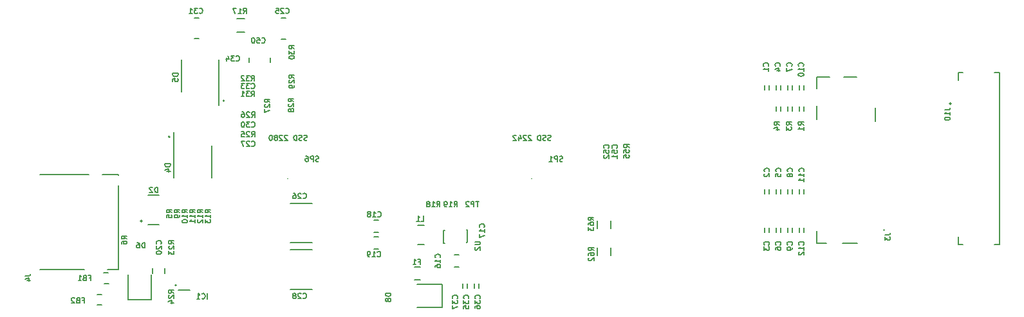
<source format=gbr>
G04 #@! TF.GenerationSoftware,KiCad,Pcbnew,6.0.11+dfsg-1~bpo11+1*
G04 #@! TF.CreationDate,2023-05-25T13:31:40+02:00*
G04 #@! TF.ProjectId,scalenode-cm4-baseboard,7363616c-656e-46f6-9465-2d636d342d62,1.1.1*
G04 #@! TF.SameCoordinates,Original*
G04 #@! TF.FileFunction,Legend,Bot*
G04 #@! TF.FilePolarity,Positive*
%FSLAX46Y46*%
G04 Gerber Fmt 4.6, Leading zero omitted, Abs format (unit mm)*
G04 Created by KiCad (PCBNEW 6.0.11+dfsg-1~bpo11+1) date 2023-05-25 13:31:40*
%MOMM*%
%LPD*%
G01*
G04 APERTURE LIST*
%ADD10C,0.150000*%
%ADD11C,0.144296*%
%ADD12C,0.125000*%
%ADD13C,0.124000*%
%ADD14C,0.145036*%
%ADD15C,0.174000*%
G04 APERTURE END LIST*
D10*
X112508333Y-74269833D02*
X112408333Y-74303166D01*
X112241666Y-74303166D01*
X112175000Y-74269833D01*
X112141666Y-74236500D01*
X112108333Y-74169833D01*
X112108333Y-74103166D01*
X112141666Y-74036500D01*
X112175000Y-74003166D01*
X112241666Y-73969833D01*
X112375000Y-73936500D01*
X112441666Y-73903166D01*
X112475000Y-73869833D01*
X112508333Y-73803166D01*
X112508333Y-73736500D01*
X112475000Y-73669833D01*
X112441666Y-73636500D01*
X112375000Y-73603166D01*
X112208333Y-73603166D01*
X112108333Y-73636500D01*
X111841666Y-74269833D02*
X111741666Y-74303166D01*
X111575000Y-74303166D01*
X111508333Y-74269833D01*
X111475000Y-74236500D01*
X111441666Y-74169833D01*
X111441666Y-74103166D01*
X111475000Y-74036500D01*
X111508333Y-74003166D01*
X111575000Y-73969833D01*
X111708333Y-73936500D01*
X111775000Y-73903166D01*
X111808333Y-73869833D01*
X111841666Y-73803166D01*
X111841666Y-73736500D01*
X111808333Y-73669833D01*
X111775000Y-73636500D01*
X111708333Y-73603166D01*
X111541666Y-73603166D01*
X111441666Y-73636500D01*
X111141666Y-74303166D02*
X111141666Y-73603166D01*
X110975000Y-73603166D01*
X110875000Y-73636500D01*
X110808333Y-73703166D01*
X110775000Y-73769833D01*
X110741666Y-73903166D01*
X110741666Y-74003166D01*
X110775000Y-74136500D01*
X110808333Y-74203166D01*
X110875000Y-74269833D01*
X110975000Y-74303166D01*
X111141666Y-74303166D01*
X109941666Y-73669833D02*
X109908333Y-73636500D01*
X109841666Y-73603166D01*
X109675000Y-73603166D01*
X109608333Y-73636500D01*
X109575000Y-73669833D01*
X109541666Y-73736500D01*
X109541666Y-73803166D01*
X109575000Y-73903166D01*
X109975000Y-74303166D01*
X109541666Y-74303166D01*
X109275000Y-73669833D02*
X109241666Y-73636500D01*
X109175000Y-73603166D01*
X109008333Y-73603166D01*
X108941666Y-73636500D01*
X108908333Y-73669833D01*
X108875000Y-73736500D01*
X108875000Y-73803166D01*
X108908333Y-73903166D01*
X109308333Y-74303166D01*
X108875000Y-74303166D01*
X108475000Y-73903166D02*
X108541666Y-73869833D01*
X108575000Y-73836500D01*
X108608333Y-73769833D01*
X108608333Y-73736500D01*
X108575000Y-73669833D01*
X108541666Y-73636500D01*
X108475000Y-73603166D01*
X108341666Y-73603166D01*
X108275000Y-73636500D01*
X108241666Y-73669833D01*
X108208333Y-73736500D01*
X108208333Y-73769833D01*
X108241666Y-73836500D01*
X108275000Y-73869833D01*
X108341666Y-73903166D01*
X108475000Y-73903166D01*
X108541666Y-73936500D01*
X108575000Y-73969833D01*
X108608333Y-74036500D01*
X108608333Y-74169833D01*
X108575000Y-74236500D01*
X108541666Y-74269833D01*
X108475000Y-74303166D01*
X108341666Y-74303166D01*
X108275000Y-74269833D01*
X108241666Y-74236500D01*
X108208333Y-74169833D01*
X108208333Y-74036500D01*
X108241666Y-73969833D01*
X108275000Y-73936500D01*
X108341666Y-73903166D01*
X107775000Y-73603166D02*
X107708333Y-73603166D01*
X107641666Y-73636500D01*
X107608333Y-73669833D01*
X107575000Y-73736500D01*
X107541666Y-73869833D01*
X107541666Y-74036500D01*
X107575000Y-74169833D01*
X107608333Y-74236500D01*
X107641666Y-74269833D01*
X107708333Y-74303166D01*
X107775000Y-74303166D01*
X107841666Y-74269833D01*
X107875000Y-74236500D01*
X107908333Y-74169833D01*
X107941666Y-74036500D01*
X107941666Y-73869833D01*
X107908333Y-73736500D01*
X107875000Y-73669833D01*
X107841666Y-73636500D01*
X107775000Y-73603166D01*
X144583333Y-74269833D02*
X144483333Y-74303166D01*
X144316666Y-74303166D01*
X144250000Y-74269833D01*
X144216666Y-74236500D01*
X144183333Y-74169833D01*
X144183333Y-74103166D01*
X144216666Y-74036500D01*
X144250000Y-74003166D01*
X144316666Y-73969833D01*
X144450000Y-73936500D01*
X144516666Y-73903166D01*
X144550000Y-73869833D01*
X144583333Y-73803166D01*
X144583333Y-73736500D01*
X144550000Y-73669833D01*
X144516666Y-73636500D01*
X144450000Y-73603166D01*
X144283333Y-73603166D01*
X144183333Y-73636500D01*
X143916666Y-74269833D02*
X143816666Y-74303166D01*
X143650000Y-74303166D01*
X143583333Y-74269833D01*
X143550000Y-74236500D01*
X143516666Y-74169833D01*
X143516666Y-74103166D01*
X143550000Y-74036500D01*
X143583333Y-74003166D01*
X143650000Y-73969833D01*
X143783333Y-73936500D01*
X143850000Y-73903166D01*
X143883333Y-73869833D01*
X143916666Y-73803166D01*
X143916666Y-73736500D01*
X143883333Y-73669833D01*
X143850000Y-73636500D01*
X143783333Y-73603166D01*
X143616666Y-73603166D01*
X143516666Y-73636500D01*
X143216666Y-74303166D02*
X143216666Y-73603166D01*
X143050000Y-73603166D01*
X142950000Y-73636500D01*
X142883333Y-73703166D01*
X142850000Y-73769833D01*
X142816666Y-73903166D01*
X142816666Y-74003166D01*
X142850000Y-74136500D01*
X142883333Y-74203166D01*
X142950000Y-74269833D01*
X143050000Y-74303166D01*
X143216666Y-74303166D01*
X142016666Y-73669833D02*
X141983333Y-73636500D01*
X141916666Y-73603166D01*
X141750000Y-73603166D01*
X141683333Y-73636500D01*
X141650000Y-73669833D01*
X141616666Y-73736500D01*
X141616666Y-73803166D01*
X141650000Y-73903166D01*
X142050000Y-74303166D01*
X141616666Y-74303166D01*
X141350000Y-73669833D02*
X141316666Y-73636500D01*
X141250000Y-73603166D01*
X141083333Y-73603166D01*
X141016666Y-73636500D01*
X140983333Y-73669833D01*
X140950000Y-73736500D01*
X140950000Y-73803166D01*
X140983333Y-73903166D01*
X141383333Y-74303166D01*
X140950000Y-74303166D01*
X140350000Y-73836500D02*
X140350000Y-74303166D01*
X140516666Y-73569833D02*
X140683333Y-74069833D01*
X140250000Y-74069833D01*
X140016666Y-73669833D02*
X139983333Y-73636500D01*
X139916666Y-73603166D01*
X139750000Y-73603166D01*
X139683333Y-73636500D01*
X139650000Y-73669833D01*
X139616666Y-73736500D01*
X139616666Y-73803166D01*
X139650000Y-73903166D01*
X140050000Y-74303166D01*
X139616666Y-74303166D01*
X99821666Y-83839166D02*
X99488333Y-83605833D01*
X99821666Y-83439166D02*
X99121666Y-83439166D01*
X99121666Y-83705833D01*
X99155000Y-83772500D01*
X99188333Y-83805833D01*
X99255000Y-83839166D01*
X99355000Y-83839166D01*
X99421666Y-83805833D01*
X99455000Y-83772500D01*
X99488333Y-83705833D01*
X99488333Y-83439166D01*
X99821666Y-84505833D02*
X99821666Y-84105833D01*
X99821666Y-84305833D02*
X99121666Y-84305833D01*
X99221666Y-84239166D01*
X99288333Y-84172500D01*
X99321666Y-84105833D01*
X99121666Y-84739166D02*
X99121666Y-85172500D01*
X99388333Y-84939166D01*
X99388333Y-85039166D01*
X99421666Y-85105833D01*
X99455000Y-85139166D01*
X99521666Y-85172500D01*
X99688333Y-85172500D01*
X99755000Y-85139166D01*
X99788333Y-85105833D01*
X99821666Y-85039166D01*
X99821666Y-84839166D01*
X99788333Y-84772500D01*
X99755000Y-84739166D01*
X98805666Y-83839166D02*
X98472333Y-83605833D01*
X98805666Y-83439166D02*
X98105666Y-83439166D01*
X98105666Y-83705833D01*
X98139000Y-83772500D01*
X98172333Y-83805833D01*
X98239000Y-83839166D01*
X98339000Y-83839166D01*
X98405666Y-83805833D01*
X98439000Y-83772500D01*
X98472333Y-83705833D01*
X98472333Y-83439166D01*
X98805666Y-84505833D02*
X98805666Y-84105833D01*
X98805666Y-84305833D02*
X98105666Y-84305833D01*
X98205666Y-84239166D01*
X98272333Y-84172500D01*
X98305666Y-84105833D01*
X98172333Y-84772500D02*
X98139000Y-84805833D01*
X98105666Y-84872500D01*
X98105666Y-85039166D01*
X98139000Y-85105833D01*
X98172333Y-85139166D01*
X98239000Y-85172500D01*
X98305666Y-85172500D01*
X98405666Y-85139166D01*
X98805666Y-84739166D01*
X98805666Y-85172500D01*
X97789666Y-83839166D02*
X97456333Y-83605833D01*
X97789666Y-83439166D02*
X97089666Y-83439166D01*
X97089666Y-83705833D01*
X97123000Y-83772500D01*
X97156333Y-83805833D01*
X97223000Y-83839166D01*
X97323000Y-83839166D01*
X97389666Y-83805833D01*
X97423000Y-83772500D01*
X97456333Y-83705833D01*
X97456333Y-83439166D01*
X97789666Y-84505833D02*
X97789666Y-84105833D01*
X97789666Y-84305833D02*
X97089666Y-84305833D01*
X97189666Y-84239166D01*
X97256333Y-84172500D01*
X97289666Y-84105833D01*
X97789666Y-85172500D02*
X97789666Y-84772500D01*
X97789666Y-84972500D02*
X97089666Y-84972500D01*
X97189666Y-84905833D01*
X97256333Y-84839166D01*
X97289666Y-84772500D01*
X96773666Y-83839166D02*
X96440333Y-83605833D01*
X96773666Y-83439166D02*
X96073666Y-83439166D01*
X96073666Y-83705833D01*
X96107000Y-83772500D01*
X96140333Y-83805833D01*
X96207000Y-83839166D01*
X96307000Y-83839166D01*
X96373666Y-83805833D01*
X96407000Y-83772500D01*
X96440333Y-83705833D01*
X96440333Y-83439166D01*
X96773666Y-84505833D02*
X96773666Y-84105833D01*
X96773666Y-84305833D02*
X96073666Y-84305833D01*
X96173666Y-84239166D01*
X96240333Y-84172500D01*
X96273666Y-84105833D01*
X96073666Y-84939166D02*
X96073666Y-85005833D01*
X96107000Y-85072500D01*
X96140333Y-85105833D01*
X96207000Y-85139166D01*
X96340333Y-85172500D01*
X96507000Y-85172500D01*
X96640333Y-85139166D01*
X96707000Y-85105833D01*
X96740333Y-85072500D01*
X96773666Y-85005833D01*
X96773666Y-84939166D01*
X96740333Y-84872500D01*
X96707000Y-84839166D01*
X96640333Y-84805833D01*
X96507000Y-84772500D01*
X96340333Y-84772500D01*
X96207000Y-84805833D01*
X96140333Y-84839166D01*
X96107000Y-84872500D01*
X96073666Y-84939166D01*
X95757666Y-83839166D02*
X95424333Y-83605833D01*
X95757666Y-83439166D02*
X95057666Y-83439166D01*
X95057666Y-83705833D01*
X95091000Y-83772500D01*
X95124333Y-83805833D01*
X95191000Y-83839166D01*
X95291000Y-83839166D01*
X95357666Y-83805833D01*
X95391000Y-83772500D01*
X95424333Y-83705833D01*
X95424333Y-83439166D01*
X95757666Y-84172500D02*
X95757666Y-84305833D01*
X95724333Y-84372500D01*
X95691000Y-84405833D01*
X95591000Y-84472500D01*
X95457666Y-84505833D01*
X95191000Y-84505833D01*
X95124333Y-84472500D01*
X95091000Y-84439166D01*
X95057666Y-84372500D01*
X95057666Y-84239166D01*
X95091000Y-84172500D01*
X95124333Y-84139166D01*
X95191000Y-84105833D01*
X95357666Y-84105833D01*
X95424333Y-84139166D01*
X95457666Y-84172500D01*
X95491000Y-84239166D01*
X95491000Y-84372500D01*
X95457666Y-84439166D01*
X95424333Y-84472500D01*
X95357666Y-84505833D01*
X94741666Y-83839166D02*
X94408333Y-83605833D01*
X94741666Y-83439166D02*
X94041666Y-83439166D01*
X94041666Y-83705833D01*
X94075000Y-83772500D01*
X94108333Y-83805833D01*
X94175000Y-83839166D01*
X94275000Y-83839166D01*
X94341666Y-83805833D01*
X94375000Y-83772500D01*
X94408333Y-83705833D01*
X94408333Y-83439166D01*
X94041666Y-84472500D02*
X94041666Y-84139166D01*
X94375000Y-84105833D01*
X94341666Y-84139166D01*
X94308333Y-84205833D01*
X94308333Y-84372500D01*
X94341666Y-84439166D01*
X94375000Y-84472500D01*
X94441666Y-84505833D01*
X94608333Y-84505833D01*
X94675000Y-84472500D01*
X94708333Y-84439166D01*
X94741666Y-84372500D01*
X94741666Y-84205833D01*
X94708333Y-84139166D01*
X94675000Y-84105833D01*
X174666666Y-72264166D02*
X174333333Y-72030833D01*
X174666666Y-71864166D02*
X173966666Y-71864166D01*
X173966666Y-72130833D01*
X174000000Y-72197500D01*
X174033333Y-72230833D01*
X174100000Y-72264166D01*
X174200000Y-72264166D01*
X174266666Y-72230833D01*
X174300000Y-72197500D01*
X174333333Y-72130833D01*
X174333333Y-71864166D01*
X174200000Y-72864166D02*
X174666666Y-72864166D01*
X173933333Y-72697500D02*
X174433333Y-72530833D01*
X174433333Y-72964166D01*
X177841666Y-72289166D02*
X177508333Y-72055833D01*
X177841666Y-71889166D02*
X177141666Y-71889166D01*
X177141666Y-72155833D01*
X177175000Y-72222500D01*
X177208333Y-72255833D01*
X177275000Y-72289166D01*
X177375000Y-72289166D01*
X177441666Y-72255833D01*
X177475000Y-72222500D01*
X177508333Y-72155833D01*
X177508333Y-71889166D01*
X177841666Y-72955833D02*
X177841666Y-72555833D01*
X177841666Y-72755833D02*
X177141666Y-72755833D01*
X177241666Y-72689166D01*
X177308333Y-72622500D01*
X177341666Y-72555833D01*
X176241666Y-64489166D02*
X176274999Y-64455833D01*
X176308332Y-64355833D01*
X176308332Y-64289166D01*
X176274999Y-64189166D01*
X176208332Y-64122500D01*
X176141666Y-64089166D01*
X176008332Y-64055833D01*
X175908332Y-64055833D01*
X175774999Y-64089166D01*
X175708332Y-64122500D01*
X175641666Y-64189166D01*
X175608332Y-64289166D01*
X175608332Y-64355833D01*
X175641666Y-64455833D01*
X175674999Y-64489166D01*
X175608332Y-64722500D02*
X175608332Y-65189166D01*
X176308332Y-64889166D01*
X173275000Y-78414166D02*
X173308333Y-78380833D01*
X173341666Y-78280833D01*
X173341666Y-78214166D01*
X173308333Y-78114166D01*
X173241666Y-78047500D01*
X173175000Y-78014166D01*
X173041666Y-77980833D01*
X172941666Y-77980833D01*
X172808333Y-78014166D01*
X172741666Y-78047500D01*
X172675000Y-78114166D01*
X172641666Y-78214166D01*
X172641666Y-78280833D01*
X172675000Y-78380833D01*
X172708333Y-78414166D01*
X172708333Y-78680833D02*
X172675000Y-78714166D01*
X172641666Y-78780833D01*
X172641666Y-78947500D01*
X172675000Y-79014166D01*
X172708333Y-79047500D01*
X172775000Y-79080833D01*
X172841666Y-79080833D01*
X172941666Y-79047500D01*
X173341666Y-78647500D01*
X173341666Y-79080833D01*
X176254166Y-72264166D02*
X175920833Y-72030833D01*
X176254166Y-71864166D02*
X175554166Y-71864166D01*
X175554166Y-72130833D01*
X175587500Y-72197500D01*
X175620833Y-72230833D01*
X175687500Y-72264166D01*
X175787500Y-72264166D01*
X175854166Y-72230833D01*
X175887500Y-72197500D01*
X175920833Y-72130833D01*
X175920833Y-71864166D01*
X175554166Y-72497500D02*
X175554166Y-72930833D01*
X175820833Y-72697500D01*
X175820833Y-72797500D01*
X175854166Y-72864166D01*
X175887500Y-72897500D01*
X175954166Y-72930833D01*
X176120833Y-72930833D01*
X176187500Y-72897500D01*
X176220833Y-72864166D01*
X176254166Y-72797500D01*
X176254166Y-72597500D01*
X176220833Y-72530833D01*
X176187500Y-72497500D01*
X177822000Y-88089166D02*
X177855333Y-88055833D01*
X177888666Y-87955833D01*
X177888666Y-87889166D01*
X177855333Y-87789166D01*
X177788666Y-87722500D01*
X177722000Y-87689166D01*
X177588666Y-87655833D01*
X177488666Y-87655833D01*
X177355333Y-87689166D01*
X177288666Y-87722500D01*
X177222000Y-87789166D01*
X177188666Y-87889166D01*
X177188666Y-87955833D01*
X177222000Y-88055833D01*
X177255333Y-88089166D01*
X177888666Y-88755833D02*
X177888666Y-88355833D01*
X177888666Y-88555833D02*
X177188666Y-88555833D01*
X177288666Y-88489166D01*
X177355333Y-88422500D01*
X177388666Y-88355833D01*
X177255333Y-89022500D02*
X177222000Y-89055833D01*
X177188666Y-89122500D01*
X177188666Y-89289166D01*
X177222000Y-89355833D01*
X177255333Y-89389166D01*
X177322000Y-89422500D01*
X177388666Y-89422500D01*
X177488666Y-89389166D01*
X177888666Y-88989166D01*
X177888666Y-89422500D01*
X176323000Y-78414166D02*
X176356333Y-78380833D01*
X176389666Y-78280833D01*
X176389666Y-78214166D01*
X176356333Y-78114166D01*
X176289666Y-78047500D01*
X176223000Y-78014166D01*
X176089666Y-77980833D01*
X175989666Y-77980833D01*
X175856333Y-78014166D01*
X175789666Y-78047500D01*
X175723000Y-78114166D01*
X175689666Y-78214166D01*
X175689666Y-78280833D01*
X175723000Y-78380833D01*
X175756333Y-78414166D01*
X175989666Y-78814166D02*
X175956333Y-78747500D01*
X175923000Y-78714166D01*
X175856333Y-78680833D01*
X175823000Y-78680833D01*
X175756333Y-78714166D01*
X175723000Y-78747500D01*
X175689666Y-78814166D01*
X175689666Y-78947500D01*
X175723000Y-79014166D01*
X175756333Y-79047500D01*
X175823000Y-79080833D01*
X175856333Y-79080833D01*
X175923000Y-79047500D01*
X175956333Y-79014166D01*
X175989666Y-78947500D01*
X175989666Y-78814166D01*
X176023000Y-78747500D01*
X176056333Y-78714166D01*
X176123000Y-78680833D01*
X176256333Y-78680833D01*
X176323000Y-78714166D01*
X176356333Y-78747500D01*
X176389666Y-78814166D01*
X176389666Y-78947500D01*
X176356333Y-79014166D01*
X176323000Y-79047500D01*
X176256333Y-79080833D01*
X176123000Y-79080833D01*
X176056333Y-79047500D01*
X176023000Y-79014166D01*
X175989666Y-78947500D01*
X174799000Y-78414166D02*
X174832333Y-78380833D01*
X174865666Y-78280833D01*
X174865666Y-78214166D01*
X174832333Y-78114166D01*
X174765666Y-78047500D01*
X174699000Y-78014166D01*
X174565666Y-77980833D01*
X174465666Y-77980833D01*
X174332333Y-78014166D01*
X174265666Y-78047500D01*
X174199000Y-78114166D01*
X174165666Y-78214166D01*
X174165666Y-78280833D01*
X174199000Y-78380833D01*
X174232333Y-78414166D01*
X174165666Y-79047500D02*
X174165666Y-78714166D01*
X174499000Y-78680833D01*
X174465666Y-78714166D01*
X174432333Y-78780833D01*
X174432333Y-78947500D01*
X174465666Y-79014166D01*
X174499000Y-79047500D01*
X174565666Y-79080833D01*
X174732333Y-79080833D01*
X174799000Y-79047500D01*
X174832333Y-79014166D01*
X174865666Y-78947500D01*
X174865666Y-78780833D01*
X174832333Y-78714166D01*
X174799000Y-78680833D01*
X188516666Y-86744166D02*
X189016666Y-86744166D01*
X189116666Y-86710833D01*
X189183333Y-86644166D01*
X189216666Y-86544166D01*
X189216666Y-86477500D01*
X188516666Y-87010833D02*
X188516666Y-87444166D01*
X188783333Y-87210833D01*
X188783333Y-87310833D01*
X188816666Y-87377500D01*
X188850000Y-87410833D01*
X188916666Y-87444166D01*
X189083333Y-87444166D01*
X189150000Y-87410833D01*
X189183333Y-87377500D01*
X189216666Y-87310833D01*
X189216666Y-87110833D01*
X189183333Y-87044166D01*
X189150000Y-87010833D01*
X177847000Y-78414166D02*
X177880333Y-78380833D01*
X177913666Y-78280833D01*
X177913666Y-78214166D01*
X177880333Y-78114166D01*
X177813666Y-78047500D01*
X177747000Y-78014166D01*
X177613666Y-77980833D01*
X177513666Y-77980833D01*
X177380333Y-78014166D01*
X177313666Y-78047500D01*
X177247000Y-78114166D01*
X177213666Y-78214166D01*
X177213666Y-78280833D01*
X177247000Y-78380833D01*
X177280333Y-78414166D01*
X177913666Y-79080833D02*
X177913666Y-78680833D01*
X177913666Y-78880833D02*
X177213666Y-78880833D01*
X177313666Y-78814166D01*
X177380333Y-78747500D01*
X177413666Y-78680833D01*
X177913666Y-79747500D02*
X177913666Y-79347500D01*
X177913666Y-79547500D02*
X177213666Y-79547500D01*
X177313666Y-79480833D01*
X177380333Y-79414166D01*
X177413666Y-79347500D01*
X173250000Y-88089166D02*
X173283333Y-88055833D01*
X173316666Y-87955833D01*
X173316666Y-87889166D01*
X173283333Y-87789166D01*
X173216666Y-87722500D01*
X173150000Y-87689166D01*
X173016666Y-87655833D01*
X172916666Y-87655833D01*
X172783333Y-87689166D01*
X172716666Y-87722500D01*
X172650000Y-87789166D01*
X172616666Y-87889166D01*
X172616666Y-87955833D01*
X172650000Y-88055833D01*
X172683333Y-88089166D01*
X172616666Y-88322500D02*
X172616666Y-88755833D01*
X172883333Y-88522500D01*
X172883333Y-88622500D01*
X172916666Y-88689166D01*
X172950000Y-88722500D01*
X173016666Y-88755833D01*
X173183333Y-88755833D01*
X173250000Y-88722500D01*
X173283333Y-88689166D01*
X173316666Y-88622500D01*
X173316666Y-88422500D01*
X173283333Y-88355833D01*
X173250000Y-88322500D01*
X177775000Y-64489166D02*
X177808333Y-64455833D01*
X177841666Y-64355833D01*
X177841666Y-64289166D01*
X177808333Y-64189166D01*
X177741666Y-64122500D01*
X177675000Y-64089166D01*
X177541666Y-64055833D01*
X177441666Y-64055833D01*
X177308333Y-64089166D01*
X177241666Y-64122500D01*
X177175000Y-64189166D01*
X177141666Y-64289166D01*
X177141666Y-64355833D01*
X177175000Y-64455833D01*
X177208333Y-64489166D01*
X177841666Y-65155833D02*
X177841666Y-64755833D01*
X177841666Y-64955833D02*
X177141666Y-64955833D01*
X177241666Y-64889166D01*
X177308333Y-64822500D01*
X177341666Y-64755833D01*
X177141666Y-65589166D02*
X177141666Y-65655833D01*
X177175000Y-65722500D01*
X177208333Y-65755833D01*
X177275000Y-65789166D01*
X177408333Y-65822500D01*
X177575000Y-65822500D01*
X177708333Y-65789166D01*
X177775000Y-65755833D01*
X177808333Y-65722500D01*
X177841666Y-65655833D01*
X177841666Y-65589166D01*
X177808333Y-65522500D01*
X177775000Y-65489166D01*
X177708333Y-65455833D01*
X177575000Y-65422500D01*
X177408333Y-65422500D01*
X177275000Y-65455833D01*
X177208333Y-65489166D01*
X177175000Y-65522500D01*
X177141666Y-65589166D01*
X121810833Y-84324000D02*
X121844166Y-84357333D01*
X121944166Y-84390666D01*
X122010833Y-84390666D01*
X122110833Y-84357333D01*
X122177500Y-84290666D01*
X122210833Y-84224000D01*
X122244166Y-84090666D01*
X122244166Y-83990666D01*
X122210833Y-83857333D01*
X122177500Y-83790666D01*
X122110833Y-83724000D01*
X122010833Y-83690666D01*
X121944166Y-83690666D01*
X121844166Y-83724000D01*
X121810833Y-83757333D01*
X121144166Y-84390666D02*
X121544166Y-84390666D01*
X121344166Y-84390666D02*
X121344166Y-83690666D01*
X121410833Y-83790666D01*
X121477500Y-83857333D01*
X121544166Y-83890666D01*
X120744166Y-83990666D02*
X120810833Y-83957333D01*
X120844166Y-83924000D01*
X120877500Y-83857333D01*
X120877500Y-83824000D01*
X120844166Y-83757333D01*
X120810833Y-83724000D01*
X120744166Y-83690666D01*
X120610833Y-83690666D01*
X120544166Y-83724000D01*
X120510833Y-83757333D01*
X120477500Y-83824000D01*
X120477500Y-83857333D01*
X120510833Y-83924000D01*
X120544166Y-83957333D01*
X120610833Y-83990666D01*
X120744166Y-83990666D01*
X120810833Y-84024000D01*
X120844166Y-84057333D01*
X120877500Y-84124000D01*
X120877500Y-84257333D01*
X120844166Y-84324000D01*
X120810833Y-84357333D01*
X120744166Y-84390666D01*
X120610833Y-84390666D01*
X120544166Y-84357333D01*
X120510833Y-84324000D01*
X120477500Y-84257333D01*
X120477500Y-84124000D01*
X120510833Y-84057333D01*
X120544166Y-84024000D01*
X120610833Y-83990666D01*
X129585833Y-83066666D02*
X129819166Y-82733333D01*
X129985833Y-83066666D02*
X129985833Y-82366666D01*
X129719166Y-82366666D01*
X129652500Y-82400000D01*
X129619166Y-82433333D01*
X129585833Y-82500000D01*
X129585833Y-82600000D01*
X129619166Y-82666666D01*
X129652500Y-82700000D01*
X129719166Y-82733333D01*
X129985833Y-82733333D01*
X128919166Y-83066666D02*
X129319166Y-83066666D01*
X129119166Y-83066666D02*
X129119166Y-82366666D01*
X129185833Y-82466666D01*
X129252500Y-82533333D01*
X129319166Y-82566666D01*
X128519166Y-82666666D02*
X128585833Y-82633333D01*
X128619166Y-82600000D01*
X128652500Y-82533333D01*
X128652500Y-82500000D01*
X128619166Y-82433333D01*
X128585833Y-82400000D01*
X128519166Y-82366666D01*
X128385833Y-82366666D01*
X128319166Y-82400000D01*
X128285833Y-82433333D01*
X128252500Y-82500000D01*
X128252500Y-82533333D01*
X128285833Y-82600000D01*
X128319166Y-82633333D01*
X128385833Y-82666666D01*
X128519166Y-82666666D01*
X128585833Y-82700000D01*
X128619166Y-82733333D01*
X128652500Y-82800000D01*
X128652500Y-82933333D01*
X128619166Y-83000000D01*
X128585833Y-83033333D01*
X128519166Y-83066666D01*
X128385833Y-83066666D01*
X128319166Y-83033333D01*
X128285833Y-83000000D01*
X128252500Y-82933333D01*
X128252500Y-82800000D01*
X128285833Y-82733333D01*
X128319166Y-82700000D01*
X128385833Y-82666666D01*
X92860833Y-81166666D02*
X92860833Y-80466666D01*
X92694166Y-80466666D01*
X92594166Y-80500000D01*
X92527500Y-80566666D01*
X92494166Y-80633333D01*
X92460833Y-80766666D01*
X92460833Y-80866666D01*
X92494166Y-81000000D01*
X92527500Y-81066666D01*
X92594166Y-81133333D01*
X92694166Y-81166666D01*
X92860833Y-81166666D01*
X92194166Y-80533333D02*
X92160833Y-80500000D01*
X92094166Y-80466666D01*
X91927500Y-80466666D01*
X91860833Y-80500000D01*
X91827500Y-80533333D01*
X91794166Y-80600000D01*
X91794166Y-80666666D01*
X91827500Y-80766666D01*
X92227500Y-81166666D01*
X91794166Y-81166666D01*
X130000000Y-89764166D02*
X130033333Y-89730833D01*
X130066666Y-89630833D01*
X130066666Y-89564166D01*
X130033333Y-89464166D01*
X129966666Y-89397500D01*
X129900000Y-89364166D01*
X129766666Y-89330833D01*
X129666666Y-89330833D01*
X129533333Y-89364166D01*
X129466666Y-89397500D01*
X129400000Y-89464166D01*
X129366666Y-89564166D01*
X129366666Y-89630833D01*
X129400000Y-89730833D01*
X129433333Y-89764166D01*
X130066666Y-90430833D02*
X130066666Y-90030833D01*
X130066666Y-90230833D02*
X129366666Y-90230833D01*
X129466666Y-90164166D01*
X129533333Y-90097500D01*
X129566666Y-90030833D01*
X129366666Y-91030833D02*
X129366666Y-90897500D01*
X129400000Y-90830833D01*
X129433333Y-90797500D01*
X129533333Y-90730833D01*
X129666666Y-90697500D01*
X129933333Y-90697500D01*
X130000000Y-90730833D01*
X130033333Y-90764166D01*
X130066666Y-90830833D01*
X130066666Y-90964166D01*
X130033333Y-91030833D01*
X130000000Y-91064166D01*
X129933333Y-91097500D01*
X129766666Y-91097500D01*
X129700000Y-91064166D01*
X129666666Y-91030833D01*
X129633333Y-90964166D01*
X129633333Y-90830833D01*
X129666666Y-90764166D01*
X129700000Y-90730833D01*
X129766666Y-90697500D01*
X127527500Y-84966666D02*
X127860833Y-84966666D01*
X127860833Y-84266666D01*
X126927500Y-84966666D02*
X127327500Y-84966666D01*
X127127500Y-84966666D02*
X127127500Y-84266666D01*
X127194166Y-84366666D01*
X127260833Y-84433333D01*
X127327500Y-84466666D01*
X106560833Y-61375000D02*
X106594166Y-61408333D01*
X106694166Y-61441666D01*
X106760833Y-61441666D01*
X106860833Y-61408333D01*
X106927500Y-61341666D01*
X106960833Y-61275000D01*
X106994166Y-61141666D01*
X106994166Y-61041666D01*
X106960833Y-60908333D01*
X106927500Y-60841666D01*
X106860833Y-60775000D01*
X106760833Y-60741666D01*
X106694166Y-60741666D01*
X106594166Y-60775000D01*
X106560833Y-60808333D01*
X105927500Y-60741666D02*
X106260833Y-60741666D01*
X106294166Y-61075000D01*
X106260833Y-61041666D01*
X106194166Y-61008333D01*
X106027500Y-61008333D01*
X105960833Y-61041666D01*
X105927500Y-61075000D01*
X105894166Y-61141666D01*
X105894166Y-61308333D01*
X105927500Y-61375000D01*
X105960833Y-61408333D01*
X106027500Y-61441666D01*
X106194166Y-61441666D01*
X106260833Y-61408333D01*
X106294166Y-61375000D01*
X105460833Y-60741666D02*
X105394166Y-60741666D01*
X105327500Y-60775000D01*
X105294166Y-60808333D01*
X105260833Y-60875000D01*
X105227500Y-61008333D01*
X105227500Y-61175000D01*
X105260833Y-61308333D01*
X105294166Y-61375000D01*
X105327500Y-61408333D01*
X105394166Y-61441666D01*
X105460833Y-61441666D01*
X105527500Y-61408333D01*
X105560833Y-61375000D01*
X105594166Y-61308333D01*
X105627500Y-61175000D01*
X105627500Y-61008333D01*
X105594166Y-60875000D01*
X105560833Y-60808333D01*
X105527500Y-60775000D01*
X105460833Y-60741666D01*
X146144166Y-77058333D02*
X146044166Y-77091666D01*
X145877500Y-77091666D01*
X145810833Y-77058333D01*
X145777500Y-77025000D01*
X145744166Y-76958333D01*
X145744166Y-76891666D01*
X145777500Y-76825000D01*
X145810833Y-76791666D01*
X145877500Y-76758333D01*
X146010833Y-76725000D01*
X146077500Y-76691666D01*
X146110833Y-76658333D01*
X146144166Y-76591666D01*
X146144166Y-76525000D01*
X146110833Y-76458333D01*
X146077500Y-76425000D01*
X146010833Y-76391666D01*
X145844166Y-76391666D01*
X145744166Y-76425000D01*
X145444166Y-77091666D02*
X145444166Y-76391666D01*
X145177500Y-76391666D01*
X145110833Y-76425000D01*
X145077500Y-76458333D01*
X145044166Y-76525000D01*
X145044166Y-76625000D01*
X145077500Y-76691666D01*
X145110833Y-76725000D01*
X145177500Y-76758333D01*
X145444166Y-76758333D01*
X144377500Y-77091666D02*
X144777500Y-77091666D01*
X144577500Y-77091666D02*
X144577500Y-76391666D01*
X144644166Y-76491666D01*
X144710833Y-76558333D01*
X144777500Y-76591666D01*
X131860833Y-83066666D02*
X132094166Y-82733333D01*
X132260833Y-83066666D02*
X132260833Y-82366666D01*
X131994166Y-82366666D01*
X131927500Y-82400000D01*
X131894166Y-82433333D01*
X131860833Y-82500000D01*
X131860833Y-82600000D01*
X131894166Y-82666666D01*
X131927500Y-82700000D01*
X131994166Y-82733333D01*
X132260833Y-82733333D01*
X131194166Y-83066666D02*
X131594166Y-83066666D01*
X131394166Y-83066666D02*
X131394166Y-82366666D01*
X131460833Y-82466666D01*
X131527500Y-82533333D01*
X131594166Y-82566666D01*
X130860833Y-83066666D02*
X130727500Y-83066666D01*
X130660833Y-83033333D01*
X130627500Y-83000000D01*
X130560833Y-82900000D01*
X130527500Y-82766666D01*
X130527500Y-82500000D01*
X130560833Y-82433333D01*
X130594166Y-82400000D01*
X130660833Y-82366666D01*
X130794166Y-82366666D01*
X130860833Y-82400000D01*
X130894166Y-82433333D01*
X130927500Y-82500000D01*
X130927500Y-82666666D01*
X130894166Y-82733333D01*
X130860833Y-82766666D01*
X130794166Y-82800000D01*
X130660833Y-82800000D01*
X130594166Y-82766666D01*
X130560833Y-82733333D01*
X130527500Y-82666666D01*
X88791666Y-87314166D02*
X88458333Y-87080833D01*
X88791666Y-86914166D02*
X88091666Y-86914166D01*
X88091666Y-87180833D01*
X88125000Y-87247500D01*
X88158333Y-87280833D01*
X88225000Y-87314166D01*
X88325000Y-87314166D01*
X88391666Y-87280833D01*
X88425000Y-87247500D01*
X88458333Y-87180833D01*
X88458333Y-86914166D01*
X88091666Y-87914166D02*
X88091666Y-87780833D01*
X88125000Y-87714166D01*
X88158333Y-87680833D01*
X88258333Y-87614166D01*
X88391666Y-87580833D01*
X88658333Y-87580833D01*
X88725000Y-87614166D01*
X88758333Y-87647500D01*
X88791666Y-87714166D01*
X88791666Y-87847500D01*
X88758333Y-87914166D01*
X88725000Y-87947500D01*
X88658333Y-87980833D01*
X88491666Y-87980833D01*
X88425000Y-87947500D01*
X88391666Y-87914166D01*
X88358333Y-87847500D01*
X88358333Y-87714166D01*
X88391666Y-87647500D01*
X88425000Y-87614166D01*
X88491666Y-87580833D01*
X173175000Y-64489166D02*
X173208333Y-64455833D01*
X173241666Y-64355833D01*
X173241666Y-64289166D01*
X173208333Y-64189166D01*
X173141666Y-64122500D01*
X173075000Y-64089166D01*
X172941666Y-64055833D01*
X172841666Y-64055833D01*
X172708333Y-64089166D01*
X172641666Y-64122500D01*
X172575000Y-64189166D01*
X172541666Y-64289166D01*
X172541666Y-64355833D01*
X172575000Y-64455833D01*
X172608333Y-64489166D01*
X173241666Y-65155833D02*
X173241666Y-64755833D01*
X173241666Y-64955833D02*
X172541666Y-64955833D01*
X172641666Y-64889166D01*
X172708333Y-64822500D01*
X172741666Y-64755833D01*
X174708333Y-64489166D02*
X174741666Y-64455833D01*
X174774999Y-64355833D01*
X174774999Y-64289166D01*
X174741666Y-64189166D01*
X174674999Y-64122500D01*
X174608333Y-64089166D01*
X174474999Y-64055833D01*
X174374999Y-64055833D01*
X174241666Y-64089166D01*
X174174999Y-64122500D01*
X174108333Y-64189166D01*
X174074999Y-64289166D01*
X174074999Y-64355833D01*
X174108333Y-64455833D01*
X174141666Y-64489166D01*
X174308333Y-65089166D02*
X174774999Y-65089166D01*
X174041666Y-64922500D02*
X174541666Y-64755833D01*
X174541666Y-65189166D01*
X176298000Y-88089166D02*
X176331333Y-88055833D01*
X176364666Y-87955833D01*
X176364666Y-87889166D01*
X176331333Y-87789166D01*
X176264666Y-87722500D01*
X176198000Y-87689166D01*
X176064666Y-87655833D01*
X175964666Y-87655833D01*
X175831333Y-87689166D01*
X175764666Y-87722500D01*
X175698000Y-87789166D01*
X175664666Y-87889166D01*
X175664666Y-87955833D01*
X175698000Y-88055833D01*
X175731333Y-88089166D01*
X176364666Y-88422500D02*
X176364666Y-88555833D01*
X176331333Y-88622500D01*
X176298000Y-88655833D01*
X176198000Y-88722500D01*
X176064666Y-88755833D01*
X175798000Y-88755833D01*
X175731333Y-88722500D01*
X175698000Y-88689166D01*
X175664666Y-88622500D01*
X175664666Y-88489166D01*
X175698000Y-88422500D01*
X175731333Y-88389166D01*
X175798000Y-88355833D01*
X175964666Y-88355833D01*
X176031333Y-88389166D01*
X176064666Y-88422500D01*
X176098000Y-88489166D01*
X176098000Y-88622500D01*
X176064666Y-88689166D01*
X176031333Y-88722500D01*
X175964666Y-88755833D01*
X174774000Y-88089166D02*
X174807333Y-88055833D01*
X174840666Y-87955833D01*
X174840666Y-87889166D01*
X174807333Y-87789166D01*
X174740666Y-87722500D01*
X174674000Y-87689166D01*
X174540666Y-87655833D01*
X174440666Y-87655833D01*
X174307333Y-87689166D01*
X174240666Y-87722500D01*
X174174000Y-87789166D01*
X174140666Y-87889166D01*
X174140666Y-87955833D01*
X174174000Y-88055833D01*
X174207333Y-88089166D01*
X174140666Y-88689166D02*
X174140666Y-88555833D01*
X174174000Y-88489166D01*
X174207333Y-88455833D01*
X174307333Y-88389166D01*
X174440666Y-88355833D01*
X174707333Y-88355833D01*
X174774000Y-88389166D01*
X174807333Y-88422500D01*
X174840666Y-88489166D01*
X174840666Y-88622500D01*
X174807333Y-88689166D01*
X174774000Y-88722500D01*
X174707333Y-88755833D01*
X174540666Y-88755833D01*
X174474000Y-88722500D01*
X174440666Y-88689166D01*
X174407333Y-88622500D01*
X174407333Y-88489166D01*
X174440666Y-88422500D01*
X174474000Y-88389166D01*
X174540666Y-88355833D01*
X121760833Y-89600000D02*
X121794166Y-89633333D01*
X121894166Y-89666666D01*
X121960833Y-89666666D01*
X122060833Y-89633333D01*
X122127500Y-89566666D01*
X122160833Y-89500000D01*
X122194166Y-89366666D01*
X122194166Y-89266666D01*
X122160833Y-89133333D01*
X122127500Y-89066666D01*
X122060833Y-89000000D01*
X121960833Y-88966666D01*
X121894166Y-88966666D01*
X121794166Y-89000000D01*
X121760833Y-89033333D01*
X121094166Y-89666666D02*
X121494166Y-89666666D01*
X121294166Y-89666666D02*
X121294166Y-88966666D01*
X121360833Y-89066666D01*
X121427500Y-89133333D01*
X121494166Y-89166666D01*
X120760833Y-89666666D02*
X120627500Y-89666666D01*
X120560833Y-89633333D01*
X120527500Y-89600000D01*
X120460833Y-89500000D01*
X120427500Y-89366666D01*
X120427500Y-89100000D01*
X120460833Y-89033333D01*
X120494166Y-89000000D01*
X120560833Y-88966666D01*
X120694166Y-88966666D01*
X120760833Y-89000000D01*
X120794166Y-89033333D01*
X120827500Y-89100000D01*
X120827500Y-89266666D01*
X120794166Y-89333333D01*
X120760833Y-89366666D01*
X120694166Y-89400000D01*
X120560833Y-89400000D01*
X120494166Y-89366666D01*
X120460833Y-89333333D01*
X120427500Y-89266666D01*
X153250000Y-75314166D02*
X153283333Y-75280833D01*
X153316666Y-75180833D01*
X153316666Y-75114166D01*
X153283333Y-75014166D01*
X153216666Y-74947500D01*
X153150000Y-74914166D01*
X153016666Y-74880833D01*
X152916666Y-74880833D01*
X152783333Y-74914166D01*
X152716666Y-74947500D01*
X152650000Y-75014166D01*
X152616666Y-75114166D01*
X152616666Y-75180833D01*
X152650000Y-75280833D01*
X152683333Y-75314166D01*
X152616666Y-75947500D02*
X152616666Y-75614166D01*
X152950000Y-75580833D01*
X152916666Y-75614166D01*
X152883333Y-75680833D01*
X152883333Y-75847500D01*
X152916666Y-75914166D01*
X152950000Y-75947500D01*
X153016666Y-75980833D01*
X153183333Y-75980833D01*
X153250000Y-75947500D01*
X153283333Y-75914166D01*
X153316666Y-75847500D01*
X153316666Y-75680833D01*
X153283333Y-75614166D01*
X153250000Y-75580833D01*
X153316666Y-76647500D02*
X153316666Y-76247500D01*
X153316666Y-76447500D02*
X152616666Y-76447500D01*
X152716666Y-76380833D01*
X152783333Y-76314166D01*
X152816666Y-76247500D01*
X152175000Y-75314166D02*
X152208333Y-75280833D01*
X152241666Y-75180833D01*
X152241666Y-75114166D01*
X152208333Y-75014166D01*
X152141666Y-74947500D01*
X152075000Y-74914166D01*
X151941666Y-74880833D01*
X151841666Y-74880833D01*
X151708333Y-74914166D01*
X151641666Y-74947500D01*
X151575000Y-75014166D01*
X151541666Y-75114166D01*
X151541666Y-75180833D01*
X151575000Y-75280833D01*
X151608333Y-75314166D01*
X151541666Y-75947500D02*
X151541666Y-75614166D01*
X151875000Y-75580833D01*
X151841666Y-75614166D01*
X151808333Y-75680833D01*
X151808333Y-75847500D01*
X151841666Y-75914166D01*
X151875000Y-75947500D01*
X151941666Y-75980833D01*
X152108333Y-75980833D01*
X152175000Y-75947500D01*
X152208333Y-75914166D01*
X152241666Y-75847500D01*
X152241666Y-75680833D01*
X152208333Y-75614166D01*
X152175000Y-75580833D01*
X151608333Y-76247500D02*
X151575000Y-76280833D01*
X151541666Y-76347500D01*
X151541666Y-76514166D01*
X151575000Y-76580833D01*
X151608333Y-76614166D01*
X151675000Y-76647500D01*
X151741666Y-76647500D01*
X151841666Y-76614166D01*
X152241666Y-76214166D01*
X152241666Y-76647500D01*
X75441666Y-92164166D02*
X75941666Y-92164166D01*
X76041666Y-92130833D01*
X76108333Y-92064166D01*
X76141666Y-91964166D01*
X76141666Y-91897500D01*
X75675000Y-92797500D02*
X76141666Y-92797500D01*
X75408333Y-92630833D02*
X75908333Y-92464166D01*
X75908333Y-92897500D01*
X104135833Y-57541666D02*
X104369166Y-57208333D01*
X104535833Y-57541666D02*
X104535833Y-56841666D01*
X104269166Y-56841666D01*
X104202500Y-56875000D01*
X104169166Y-56908333D01*
X104135833Y-56975000D01*
X104135833Y-57075000D01*
X104169166Y-57141666D01*
X104202500Y-57175000D01*
X104269166Y-57208333D01*
X104535833Y-57208333D01*
X103469166Y-57541666D02*
X103869166Y-57541666D01*
X103669166Y-57541666D02*
X103669166Y-56841666D01*
X103735833Y-56941666D01*
X103802500Y-57008333D01*
X103869166Y-57041666D01*
X103235833Y-56841666D02*
X102769166Y-56841666D01*
X103069166Y-57541666D01*
X110841666Y-62214166D02*
X110508333Y-61980833D01*
X110841666Y-61814166D02*
X110141666Y-61814166D01*
X110141666Y-62080833D01*
X110175000Y-62147500D01*
X110208333Y-62180833D01*
X110275000Y-62214166D01*
X110375000Y-62214166D01*
X110441666Y-62180833D01*
X110475000Y-62147500D01*
X110508333Y-62080833D01*
X110508333Y-61814166D01*
X110141666Y-62447500D02*
X110141666Y-62880833D01*
X110408333Y-62647500D01*
X110408333Y-62747500D01*
X110441666Y-62814166D01*
X110475000Y-62847500D01*
X110541666Y-62880833D01*
X110708333Y-62880833D01*
X110775000Y-62847500D01*
X110808333Y-62814166D01*
X110841666Y-62747500D01*
X110841666Y-62547500D01*
X110808333Y-62480833D01*
X110775000Y-62447500D01*
X110141666Y-63314166D02*
X110141666Y-63380833D01*
X110175000Y-63447500D01*
X110208333Y-63480833D01*
X110275000Y-63514166D01*
X110408333Y-63547500D01*
X110575000Y-63547500D01*
X110708333Y-63514166D01*
X110775000Y-63480833D01*
X110808333Y-63447500D01*
X110841666Y-63380833D01*
X110841666Y-63314166D01*
X110808333Y-63247500D01*
X110775000Y-63214166D01*
X110708333Y-63180833D01*
X110575000Y-63147500D01*
X110408333Y-63147500D01*
X110275000Y-63180833D01*
X110208333Y-63214166D01*
X110175000Y-63247500D01*
X110141666Y-63314166D01*
X109710833Y-57475000D02*
X109744166Y-57508333D01*
X109844166Y-57541666D01*
X109910833Y-57541666D01*
X110010833Y-57508333D01*
X110077500Y-57441666D01*
X110110833Y-57375000D01*
X110144166Y-57241666D01*
X110144166Y-57141666D01*
X110110833Y-57008333D01*
X110077500Y-56941666D01*
X110010833Y-56875000D01*
X109910833Y-56841666D01*
X109844166Y-56841666D01*
X109744166Y-56875000D01*
X109710833Y-56908333D01*
X109444166Y-56908333D02*
X109410833Y-56875000D01*
X109344166Y-56841666D01*
X109177500Y-56841666D01*
X109110833Y-56875000D01*
X109077500Y-56908333D01*
X109044166Y-56975000D01*
X109044166Y-57041666D01*
X109077500Y-57141666D01*
X109477500Y-57541666D01*
X109044166Y-57541666D01*
X108410833Y-56841666D02*
X108744166Y-56841666D01*
X108777500Y-57175000D01*
X108744166Y-57141666D01*
X108677500Y-57108333D01*
X108510833Y-57108333D01*
X108444166Y-57141666D01*
X108410833Y-57175000D01*
X108377500Y-57241666D01*
X108377500Y-57408333D01*
X108410833Y-57475000D01*
X108444166Y-57508333D01*
X108510833Y-57541666D01*
X108677500Y-57541666D01*
X108744166Y-57508333D01*
X108777500Y-57475000D01*
X154891666Y-75264166D02*
X154558333Y-75030833D01*
X154891666Y-74864166D02*
X154191666Y-74864166D01*
X154191666Y-75130833D01*
X154225000Y-75197500D01*
X154258333Y-75230833D01*
X154325000Y-75264166D01*
X154425000Y-75264166D01*
X154491666Y-75230833D01*
X154525000Y-75197500D01*
X154558333Y-75130833D01*
X154558333Y-74864166D01*
X154191666Y-75897500D02*
X154191666Y-75564166D01*
X154525000Y-75530833D01*
X154491666Y-75564166D01*
X154458333Y-75630833D01*
X154458333Y-75797500D01*
X154491666Y-75864166D01*
X154525000Y-75897500D01*
X154591666Y-75930833D01*
X154758333Y-75930833D01*
X154825000Y-75897500D01*
X154858333Y-75864166D01*
X154891666Y-75797500D01*
X154891666Y-75630833D01*
X154858333Y-75564166D01*
X154825000Y-75530833D01*
X154191666Y-76564166D02*
X154191666Y-76230833D01*
X154525000Y-76197500D01*
X154491666Y-76230833D01*
X154458333Y-76297500D01*
X154458333Y-76464166D01*
X154491666Y-76530833D01*
X154525000Y-76564166D01*
X154591666Y-76597500D01*
X154758333Y-76597500D01*
X154825000Y-76564166D01*
X154858333Y-76530833D01*
X154891666Y-76464166D01*
X154891666Y-76297500D01*
X154858333Y-76230833D01*
X154825000Y-76197500D01*
X107641666Y-69264166D02*
X107308333Y-69030833D01*
X107641666Y-68864166D02*
X106941666Y-68864166D01*
X106941666Y-69130833D01*
X106975000Y-69197500D01*
X107008333Y-69230833D01*
X107075000Y-69264166D01*
X107175000Y-69264166D01*
X107241666Y-69230833D01*
X107275000Y-69197500D01*
X107308333Y-69130833D01*
X107308333Y-68864166D01*
X107008333Y-69530833D02*
X106975000Y-69564166D01*
X106941666Y-69630833D01*
X106941666Y-69797500D01*
X106975000Y-69864166D01*
X107008333Y-69897500D01*
X107075000Y-69930833D01*
X107141666Y-69930833D01*
X107241666Y-69897500D01*
X107641666Y-69497500D01*
X107641666Y-69930833D01*
X106941666Y-70164166D02*
X106941666Y-70630833D01*
X107641666Y-70330833D01*
X134566666Y-87664166D02*
X135133333Y-87664166D01*
X135200000Y-87697500D01*
X135233333Y-87730833D01*
X135266666Y-87797500D01*
X135266666Y-87930833D01*
X135233333Y-87997500D01*
X135200000Y-88030833D01*
X135133333Y-88064166D01*
X134566666Y-88064166D01*
X134633333Y-88364166D02*
X134600000Y-88397500D01*
X134566666Y-88464166D01*
X134566666Y-88630833D01*
X134600000Y-88697500D01*
X134633333Y-88730833D01*
X134700000Y-88764166D01*
X134766666Y-88764166D01*
X134866666Y-88730833D01*
X135266666Y-88330833D01*
X135266666Y-88764166D01*
X110766666Y-69189166D02*
X110433333Y-68955833D01*
X110766666Y-68789166D02*
X110066666Y-68789166D01*
X110066666Y-69055833D01*
X110100000Y-69122500D01*
X110133333Y-69155833D01*
X110200000Y-69189166D01*
X110300000Y-69189166D01*
X110366666Y-69155833D01*
X110400000Y-69122500D01*
X110433333Y-69055833D01*
X110433333Y-68789166D01*
X110133333Y-69455833D02*
X110100000Y-69489166D01*
X110066666Y-69555833D01*
X110066666Y-69722500D01*
X110100000Y-69789166D01*
X110133333Y-69822500D01*
X110200000Y-69855833D01*
X110266666Y-69855833D01*
X110366666Y-69822500D01*
X110766666Y-69422500D01*
X110766666Y-69855833D01*
X110366666Y-70255833D02*
X110333333Y-70189166D01*
X110300000Y-70155833D01*
X110233333Y-70122500D01*
X110200000Y-70122500D01*
X110133333Y-70155833D01*
X110100000Y-70189166D01*
X110066666Y-70255833D01*
X110066666Y-70389166D01*
X110100000Y-70455833D01*
X110133333Y-70489166D01*
X110200000Y-70522500D01*
X110233333Y-70522500D01*
X110300000Y-70489166D01*
X110333333Y-70455833D01*
X110366666Y-70389166D01*
X110366666Y-70255833D01*
X110400000Y-70189166D01*
X110433333Y-70155833D01*
X110500000Y-70122500D01*
X110633333Y-70122500D01*
X110700000Y-70155833D01*
X110733333Y-70189166D01*
X110766666Y-70255833D01*
X110766666Y-70389166D01*
X110733333Y-70455833D01*
X110700000Y-70489166D01*
X110633333Y-70522500D01*
X110500000Y-70522500D01*
X110433333Y-70489166D01*
X110400000Y-70455833D01*
X110366666Y-70389166D01*
X110816666Y-66064166D02*
X110483333Y-65830833D01*
X110816666Y-65664166D02*
X110116666Y-65664166D01*
X110116666Y-65930833D01*
X110150000Y-65997500D01*
X110183333Y-66030833D01*
X110250000Y-66064166D01*
X110350000Y-66064166D01*
X110416666Y-66030833D01*
X110450000Y-65997500D01*
X110483333Y-65930833D01*
X110483333Y-65664166D01*
X110183333Y-66330833D02*
X110150000Y-66364166D01*
X110116666Y-66430833D01*
X110116666Y-66597500D01*
X110150000Y-66664166D01*
X110183333Y-66697500D01*
X110250000Y-66730833D01*
X110316666Y-66730833D01*
X110416666Y-66697500D01*
X110816666Y-66297500D01*
X110816666Y-66730833D01*
X110816666Y-67064166D02*
X110816666Y-67197500D01*
X110783333Y-67264166D01*
X110750000Y-67297500D01*
X110650000Y-67364166D01*
X110516666Y-67397500D01*
X110250000Y-67397500D01*
X110183333Y-67364166D01*
X110150000Y-67330833D01*
X110116666Y-67264166D01*
X110116666Y-67130833D01*
X110150000Y-67064166D01*
X110183333Y-67030833D01*
X110250000Y-66997500D01*
X110416666Y-66997500D01*
X110483333Y-67030833D01*
X110516666Y-67064166D01*
X110550000Y-67130833D01*
X110550000Y-67264166D01*
X110516666Y-67330833D01*
X110483333Y-67364166D01*
X110416666Y-67397500D01*
X114044166Y-77058333D02*
X113944166Y-77091666D01*
X113777500Y-77091666D01*
X113710833Y-77058333D01*
X113677500Y-77025000D01*
X113644166Y-76958333D01*
X113644166Y-76891666D01*
X113677500Y-76825000D01*
X113710833Y-76791666D01*
X113777500Y-76758333D01*
X113910833Y-76725000D01*
X113977500Y-76691666D01*
X114010833Y-76658333D01*
X114044166Y-76591666D01*
X114044166Y-76525000D01*
X114010833Y-76458333D01*
X113977500Y-76425000D01*
X113910833Y-76391666D01*
X113744166Y-76391666D01*
X113644166Y-76425000D01*
X113344166Y-77091666D02*
X113344166Y-76391666D01*
X113077500Y-76391666D01*
X113010833Y-76425000D01*
X112977500Y-76458333D01*
X112944166Y-76525000D01*
X112944166Y-76625000D01*
X112977500Y-76691666D01*
X113010833Y-76725000D01*
X113077500Y-76758333D01*
X113344166Y-76758333D01*
X112344166Y-76391666D02*
X112477500Y-76391666D01*
X112544166Y-76425000D01*
X112577500Y-76458333D01*
X112644166Y-76558333D01*
X112677500Y-76691666D01*
X112677500Y-76958333D01*
X112644166Y-77025000D01*
X112610833Y-77058333D01*
X112544166Y-77091666D01*
X112410833Y-77091666D01*
X112344166Y-77058333D01*
X112310833Y-77025000D01*
X112277500Y-76958333D01*
X112277500Y-76791666D01*
X112310833Y-76725000D01*
X112344166Y-76691666D01*
X112410833Y-76658333D01*
X112544166Y-76658333D01*
X112610833Y-76691666D01*
X112644166Y-76725000D01*
X112677500Y-76791666D01*
X135800000Y-85764166D02*
X135833333Y-85730833D01*
X135866666Y-85630833D01*
X135866666Y-85564166D01*
X135833333Y-85464166D01*
X135766666Y-85397500D01*
X135700000Y-85364166D01*
X135566666Y-85330833D01*
X135466666Y-85330833D01*
X135333333Y-85364166D01*
X135266666Y-85397500D01*
X135200000Y-85464166D01*
X135166666Y-85564166D01*
X135166666Y-85630833D01*
X135200000Y-85730833D01*
X135233333Y-85764166D01*
X135866666Y-86430833D02*
X135866666Y-86030833D01*
X135866666Y-86230833D02*
X135166666Y-86230833D01*
X135266666Y-86164166D01*
X135333333Y-86097500D01*
X135366666Y-86030833D01*
X135166666Y-86664166D02*
X135166666Y-87130833D01*
X135866666Y-86830833D01*
X196385166Y-70264166D02*
X196885166Y-70264166D01*
X196985166Y-70230833D01*
X197051833Y-70164166D01*
X197085166Y-70064166D01*
X197085166Y-69997500D01*
X197085166Y-70964166D02*
X197085166Y-70564166D01*
X197085166Y-70764166D02*
X196385166Y-70764166D01*
X196485166Y-70697500D01*
X196551833Y-70630833D01*
X196585166Y-70564166D01*
X196385166Y-71397500D02*
X196385166Y-71464166D01*
X196418500Y-71530833D01*
X196451833Y-71564166D01*
X196518500Y-71597500D01*
X196651833Y-71630833D01*
X196818500Y-71630833D01*
X196951833Y-71597500D01*
X197018500Y-71564166D01*
X197051833Y-71530833D01*
X197085166Y-71464166D01*
X197085166Y-71397500D01*
X197051833Y-71330833D01*
X197018500Y-71297500D01*
X196951833Y-71264166D01*
X196818500Y-71230833D01*
X196651833Y-71230833D01*
X196518500Y-71264166D01*
X196451833Y-71297500D01*
X196418500Y-71330833D01*
X196385166Y-71397500D01*
X150241666Y-88839166D02*
X149908333Y-88605833D01*
X150241666Y-88439166D02*
X149541666Y-88439166D01*
X149541666Y-88705833D01*
X149575000Y-88772500D01*
X149608333Y-88805833D01*
X149675000Y-88839166D01*
X149775000Y-88839166D01*
X149841666Y-88805833D01*
X149875000Y-88772500D01*
X149908333Y-88705833D01*
X149908333Y-88439166D01*
X149541666Y-89439166D02*
X149541666Y-89305833D01*
X149575000Y-89239166D01*
X149608333Y-89205833D01*
X149708333Y-89139166D01*
X149841666Y-89105833D01*
X150108333Y-89105833D01*
X150175000Y-89139166D01*
X150208333Y-89172500D01*
X150241666Y-89239166D01*
X150241666Y-89372500D01*
X150208333Y-89439166D01*
X150175000Y-89472500D01*
X150108333Y-89505833D01*
X149941666Y-89505833D01*
X149875000Y-89472500D01*
X149841666Y-89439166D01*
X149808333Y-89372500D01*
X149808333Y-89239166D01*
X149841666Y-89172500D01*
X149875000Y-89139166D01*
X149941666Y-89105833D01*
X149608333Y-89772500D02*
X149575000Y-89805833D01*
X149541666Y-89872500D01*
X149541666Y-90039166D01*
X149575000Y-90105833D01*
X149608333Y-90139166D01*
X149675000Y-90172500D01*
X149741666Y-90172500D01*
X149841666Y-90139166D01*
X150241666Y-89739166D01*
X150241666Y-90172500D01*
X150216666Y-84839166D02*
X149883333Y-84605833D01*
X150216666Y-84439166D02*
X149516666Y-84439166D01*
X149516666Y-84705833D01*
X149550000Y-84772500D01*
X149583333Y-84805833D01*
X149650000Y-84839166D01*
X149750000Y-84839166D01*
X149816666Y-84805833D01*
X149850000Y-84772500D01*
X149883333Y-84705833D01*
X149883333Y-84439166D01*
X149516666Y-85439166D02*
X149516666Y-85305833D01*
X149550000Y-85239166D01*
X149583333Y-85205833D01*
X149683333Y-85139166D01*
X149816666Y-85105833D01*
X150083333Y-85105833D01*
X150150000Y-85139166D01*
X150183333Y-85172500D01*
X150216666Y-85239166D01*
X150216666Y-85372500D01*
X150183333Y-85439166D01*
X150150000Y-85472500D01*
X150083333Y-85505833D01*
X149916666Y-85505833D01*
X149850000Y-85472500D01*
X149816666Y-85439166D01*
X149783333Y-85372500D01*
X149783333Y-85239166D01*
X149816666Y-85172500D01*
X149850000Y-85139166D01*
X149916666Y-85105833D01*
X149516666Y-85739166D02*
X149516666Y-86172500D01*
X149783333Y-85939166D01*
X149783333Y-86039166D01*
X149816666Y-86105833D01*
X149850000Y-86139166D01*
X149916666Y-86172500D01*
X150083333Y-86172500D01*
X150150000Y-86139166D01*
X150183333Y-86105833D01*
X150216666Y-86039166D01*
X150216666Y-85839166D01*
X150183333Y-85772500D01*
X150150000Y-85739166D01*
X135110833Y-82366666D02*
X134710833Y-82366666D01*
X134910833Y-83066666D02*
X134910833Y-82366666D01*
X134477500Y-83066666D02*
X134477500Y-82366666D01*
X134210833Y-82366666D01*
X134144166Y-82400000D01*
X134110833Y-82433333D01*
X134077500Y-82500000D01*
X134077500Y-82600000D01*
X134110833Y-82666666D01*
X134144166Y-82700000D01*
X134210833Y-82733333D01*
X134477500Y-82733333D01*
X133810833Y-82433333D02*
X133777500Y-82400000D01*
X133710833Y-82366666D01*
X133544166Y-82366666D01*
X133477500Y-82400000D01*
X133444166Y-82433333D01*
X133410833Y-82500000D01*
X133410833Y-82566666D01*
X133444166Y-82666666D01*
X133844166Y-83066666D01*
X133410833Y-83066666D01*
X99410833Y-95191666D02*
X99410833Y-94491666D01*
X98677500Y-95125000D02*
X98710833Y-95158333D01*
X98810833Y-95191666D01*
X98877500Y-95191666D01*
X98977500Y-95158333D01*
X99044166Y-95091666D01*
X99077500Y-95025000D01*
X99110833Y-94891666D01*
X99110833Y-94791666D01*
X99077500Y-94658333D01*
X99044166Y-94591666D01*
X98977500Y-94525000D01*
X98877500Y-94491666D01*
X98810833Y-94491666D01*
X98710833Y-94525000D01*
X98677500Y-94558333D01*
X98010833Y-95191666D02*
X98410833Y-95191666D01*
X98210833Y-95191666D02*
X98210833Y-94491666D01*
X98277500Y-94591666D01*
X98344166Y-94658333D01*
X98410833Y-94691666D01*
X135225000Y-95164166D02*
X135258333Y-95130833D01*
X135291666Y-95030833D01*
X135291666Y-94964166D01*
X135258333Y-94864166D01*
X135191666Y-94797500D01*
X135125000Y-94764166D01*
X134991666Y-94730833D01*
X134891666Y-94730833D01*
X134758333Y-94764166D01*
X134691666Y-94797500D01*
X134625000Y-94864166D01*
X134591666Y-94964166D01*
X134591666Y-95030833D01*
X134625000Y-95130833D01*
X134658333Y-95164166D01*
X134591666Y-95397500D02*
X134591666Y-95830833D01*
X134858333Y-95597500D01*
X134858333Y-95697500D01*
X134891666Y-95764166D01*
X134925000Y-95797500D01*
X134991666Y-95830833D01*
X135158333Y-95830833D01*
X135225000Y-95797500D01*
X135258333Y-95764166D01*
X135291666Y-95697500D01*
X135291666Y-95497500D01*
X135258333Y-95430833D01*
X135225000Y-95397500D01*
X134591666Y-96430833D02*
X134591666Y-96297500D01*
X134625000Y-96230833D01*
X134658333Y-96197500D01*
X134758333Y-96130833D01*
X134891666Y-96097500D01*
X135158333Y-96097500D01*
X135225000Y-96130833D01*
X135258333Y-96164166D01*
X135291666Y-96230833D01*
X135291666Y-96364166D01*
X135258333Y-96430833D01*
X135225000Y-96464166D01*
X135158333Y-96497500D01*
X134991666Y-96497500D01*
X134925000Y-96464166D01*
X134891666Y-96430833D01*
X134858333Y-96364166D01*
X134858333Y-96230833D01*
X134891666Y-96164166D01*
X134925000Y-96130833D01*
X134991666Y-96097500D01*
X105211833Y-75025000D02*
X105245166Y-75058333D01*
X105345166Y-75091666D01*
X105411833Y-75091666D01*
X105511833Y-75058333D01*
X105578500Y-74991666D01*
X105611833Y-74925000D01*
X105645166Y-74791666D01*
X105645166Y-74691666D01*
X105611833Y-74558333D01*
X105578500Y-74491666D01*
X105511833Y-74425000D01*
X105411833Y-74391666D01*
X105345166Y-74391666D01*
X105245166Y-74425000D01*
X105211833Y-74458333D01*
X104945166Y-74458333D02*
X104911833Y-74425000D01*
X104845166Y-74391666D01*
X104678500Y-74391666D01*
X104611833Y-74425000D01*
X104578500Y-74458333D01*
X104545166Y-74525000D01*
X104545166Y-74591666D01*
X104578500Y-74691666D01*
X104978500Y-75091666D01*
X104545166Y-75091666D01*
X104311833Y-74391666D02*
X103845166Y-74391666D01*
X104145166Y-75091666D01*
X103185833Y-63775000D02*
X103219166Y-63808333D01*
X103319166Y-63841666D01*
X103385833Y-63841666D01*
X103485833Y-63808333D01*
X103552500Y-63741666D01*
X103585833Y-63675000D01*
X103619166Y-63541666D01*
X103619166Y-63441666D01*
X103585833Y-63308333D01*
X103552500Y-63241666D01*
X103485833Y-63175000D01*
X103385833Y-63141666D01*
X103319166Y-63141666D01*
X103219166Y-63175000D01*
X103185833Y-63208333D01*
X102952500Y-63141666D02*
X102519166Y-63141666D01*
X102752500Y-63408333D01*
X102652500Y-63408333D01*
X102585833Y-63441666D01*
X102552500Y-63475000D01*
X102519166Y-63541666D01*
X102519166Y-63708333D01*
X102552500Y-63775000D01*
X102585833Y-63808333D01*
X102652500Y-63841666D01*
X102852500Y-63841666D01*
X102919166Y-63808333D01*
X102952500Y-63775000D01*
X101919166Y-63375000D02*
X101919166Y-63841666D01*
X102085833Y-63108333D02*
X102252500Y-63608333D01*
X101819166Y-63608333D01*
X132250000Y-95164166D02*
X132283333Y-95130833D01*
X132316666Y-95030833D01*
X132316666Y-94964166D01*
X132283333Y-94864166D01*
X132216666Y-94797500D01*
X132150000Y-94764166D01*
X132016666Y-94730833D01*
X131916666Y-94730833D01*
X131783333Y-94764166D01*
X131716666Y-94797500D01*
X131650000Y-94864166D01*
X131616666Y-94964166D01*
X131616666Y-95030833D01*
X131650000Y-95130833D01*
X131683333Y-95164166D01*
X131616666Y-95397500D02*
X131616666Y-95830833D01*
X131883333Y-95597500D01*
X131883333Y-95697500D01*
X131916666Y-95764166D01*
X131950000Y-95797500D01*
X132016666Y-95830833D01*
X132183333Y-95830833D01*
X132250000Y-95797500D01*
X132283333Y-95764166D01*
X132316666Y-95697500D01*
X132316666Y-95497500D01*
X132283333Y-95430833D01*
X132250000Y-95397500D01*
X131616666Y-96064166D02*
X131616666Y-96530833D01*
X132316666Y-96230833D01*
X127177500Y-90300000D02*
X127410833Y-90300000D01*
X127410833Y-90666666D02*
X127410833Y-89966666D01*
X127077500Y-89966666D01*
X126444166Y-90666666D02*
X126844166Y-90666666D01*
X126644166Y-90666666D02*
X126644166Y-89966666D01*
X126710833Y-90066666D01*
X126777500Y-90133333D01*
X126844166Y-90166666D01*
X105185833Y-66441666D02*
X105419166Y-66108333D01*
X105585833Y-66441666D02*
X105585833Y-65741666D01*
X105319166Y-65741666D01*
X105252500Y-65775000D01*
X105219166Y-65808333D01*
X105185833Y-65875000D01*
X105185833Y-65975000D01*
X105219166Y-66041666D01*
X105252500Y-66075000D01*
X105319166Y-66108333D01*
X105585833Y-66108333D01*
X104952500Y-65741666D02*
X104519166Y-65741666D01*
X104752500Y-66008333D01*
X104652500Y-66008333D01*
X104585833Y-66041666D01*
X104552500Y-66075000D01*
X104519166Y-66141666D01*
X104519166Y-66308333D01*
X104552500Y-66375000D01*
X104585833Y-66408333D01*
X104652500Y-66441666D01*
X104852500Y-66441666D01*
X104919166Y-66408333D01*
X104952500Y-66375000D01*
X104252500Y-65808333D02*
X104219166Y-65775000D01*
X104152500Y-65741666D01*
X103985833Y-65741666D01*
X103919166Y-65775000D01*
X103885833Y-65808333D01*
X103852500Y-65875000D01*
X103852500Y-65941666D01*
X103885833Y-66041666D01*
X104285833Y-66441666D01*
X103852500Y-66441666D01*
X133737500Y-95164166D02*
X133770833Y-95130833D01*
X133804166Y-95030833D01*
X133804166Y-94964166D01*
X133770833Y-94864166D01*
X133704166Y-94797500D01*
X133637500Y-94764166D01*
X133504166Y-94730833D01*
X133404166Y-94730833D01*
X133270833Y-94764166D01*
X133204166Y-94797500D01*
X133137500Y-94864166D01*
X133104166Y-94964166D01*
X133104166Y-95030833D01*
X133137500Y-95130833D01*
X133170833Y-95164166D01*
X133104166Y-95397500D02*
X133104166Y-95830833D01*
X133370833Y-95597500D01*
X133370833Y-95697500D01*
X133404166Y-95764166D01*
X133437500Y-95797500D01*
X133504166Y-95830833D01*
X133670833Y-95830833D01*
X133737500Y-95797500D01*
X133770833Y-95764166D01*
X133804166Y-95697500D01*
X133804166Y-95497500D01*
X133770833Y-95430833D01*
X133737500Y-95397500D01*
X133104166Y-96464166D02*
X133104166Y-96130833D01*
X133437500Y-96097500D01*
X133404166Y-96130833D01*
X133370833Y-96197500D01*
X133370833Y-96364166D01*
X133404166Y-96430833D01*
X133437500Y-96464166D01*
X133504166Y-96497500D01*
X133670833Y-96497500D01*
X133737500Y-96464166D01*
X133770833Y-96430833D01*
X133804166Y-96364166D01*
X133804166Y-96197500D01*
X133770833Y-96130833D01*
X133737500Y-96097500D01*
X105185833Y-68516666D02*
X105419166Y-68183333D01*
X105585833Y-68516666D02*
X105585833Y-67816666D01*
X105319166Y-67816666D01*
X105252500Y-67850000D01*
X105219166Y-67883333D01*
X105185833Y-67950000D01*
X105185833Y-68050000D01*
X105219166Y-68116666D01*
X105252500Y-68150000D01*
X105319166Y-68183333D01*
X105585833Y-68183333D01*
X104952500Y-67816666D02*
X104519166Y-67816666D01*
X104752500Y-68083333D01*
X104652500Y-68083333D01*
X104585833Y-68116666D01*
X104552500Y-68150000D01*
X104519166Y-68216666D01*
X104519166Y-68383333D01*
X104552500Y-68450000D01*
X104585833Y-68483333D01*
X104652500Y-68516666D01*
X104852500Y-68516666D01*
X104919166Y-68483333D01*
X104952500Y-68450000D01*
X103852500Y-68516666D02*
X104252500Y-68516666D01*
X104052500Y-68516666D02*
X104052500Y-67816666D01*
X104119166Y-67916666D01*
X104185833Y-67983333D01*
X104252500Y-68016666D01*
X98335833Y-57475000D02*
X98369166Y-57508333D01*
X98469166Y-57541666D01*
X98535833Y-57541666D01*
X98635833Y-57508333D01*
X98702500Y-57441666D01*
X98735833Y-57375000D01*
X98769166Y-57241666D01*
X98769166Y-57141666D01*
X98735833Y-57008333D01*
X98702500Y-56941666D01*
X98635833Y-56875000D01*
X98535833Y-56841666D01*
X98469166Y-56841666D01*
X98369166Y-56875000D01*
X98335833Y-56908333D01*
X98102500Y-56841666D02*
X97669166Y-56841666D01*
X97902500Y-57108333D01*
X97802500Y-57108333D01*
X97735833Y-57141666D01*
X97702500Y-57175000D01*
X97669166Y-57241666D01*
X97669166Y-57408333D01*
X97702500Y-57475000D01*
X97735833Y-57508333D01*
X97802500Y-57541666D01*
X98002500Y-57541666D01*
X98069166Y-57508333D01*
X98102500Y-57475000D01*
X97002500Y-57541666D02*
X97402500Y-57541666D01*
X97202500Y-57541666D02*
X97202500Y-56841666D01*
X97269166Y-56941666D01*
X97335833Y-57008333D01*
X97402500Y-57041666D01*
X123541666Y-94464166D02*
X122841666Y-94464166D01*
X122841666Y-94630833D01*
X122875000Y-94730833D01*
X122941666Y-94797500D01*
X123008333Y-94830833D01*
X123141666Y-94864166D01*
X123241666Y-94864166D01*
X123375000Y-94830833D01*
X123441666Y-94797500D01*
X123508333Y-94730833D01*
X123541666Y-94630833D01*
X123541666Y-94464166D01*
X123141666Y-95264166D02*
X123108333Y-95197500D01*
X123075000Y-95164166D01*
X123008333Y-95130833D01*
X122975000Y-95130833D01*
X122908333Y-95164166D01*
X122875000Y-95197500D01*
X122841666Y-95264166D01*
X122841666Y-95397500D01*
X122875000Y-95464166D01*
X122908333Y-95497500D01*
X122975000Y-95530833D01*
X123008333Y-95530833D01*
X123075000Y-95497500D01*
X123108333Y-95464166D01*
X123141666Y-95397500D01*
X123141666Y-95264166D01*
X123175000Y-95197500D01*
X123208333Y-95164166D01*
X123275000Y-95130833D01*
X123408333Y-95130833D01*
X123475000Y-95164166D01*
X123508333Y-95197500D01*
X123541666Y-95264166D01*
X123541666Y-95397500D01*
X123508333Y-95464166D01*
X123475000Y-95497500D01*
X123408333Y-95530833D01*
X123275000Y-95530833D01*
X123208333Y-95497500D01*
X123175000Y-95464166D01*
X123141666Y-95397500D01*
X111985833Y-81912000D02*
X112019166Y-81945333D01*
X112119166Y-81978666D01*
X112185833Y-81978666D01*
X112285833Y-81945333D01*
X112352500Y-81878666D01*
X112385833Y-81812000D01*
X112419166Y-81678666D01*
X112419166Y-81578666D01*
X112385833Y-81445333D01*
X112352500Y-81378666D01*
X112285833Y-81312000D01*
X112185833Y-81278666D01*
X112119166Y-81278666D01*
X112019166Y-81312000D01*
X111985833Y-81345333D01*
X111719166Y-81345333D02*
X111685833Y-81312000D01*
X111619166Y-81278666D01*
X111452500Y-81278666D01*
X111385833Y-81312000D01*
X111352500Y-81345333D01*
X111319166Y-81412000D01*
X111319166Y-81478666D01*
X111352500Y-81578666D01*
X111752500Y-81978666D01*
X111319166Y-81978666D01*
X110719166Y-81278666D02*
X110852500Y-81278666D01*
X110919166Y-81312000D01*
X110952500Y-81345333D01*
X111019166Y-81445333D01*
X111052500Y-81578666D01*
X111052500Y-81845333D01*
X111019166Y-81912000D01*
X110985833Y-81945333D01*
X110919166Y-81978666D01*
X110785833Y-81978666D01*
X110719166Y-81945333D01*
X110685833Y-81912000D01*
X110652500Y-81845333D01*
X110652500Y-81678666D01*
X110685833Y-81612000D01*
X110719166Y-81578666D01*
X110785833Y-81545333D01*
X110919166Y-81545333D01*
X110985833Y-81578666D01*
X111019166Y-81612000D01*
X111052500Y-81678666D01*
X82952500Y-95400000D02*
X83185833Y-95400000D01*
X83185833Y-95766666D02*
X83185833Y-95066666D01*
X82852500Y-95066666D01*
X82352500Y-95400000D02*
X82252500Y-95433333D01*
X82219166Y-95466666D01*
X82185833Y-95533333D01*
X82185833Y-95633333D01*
X82219166Y-95700000D01*
X82252500Y-95733333D01*
X82319166Y-95766666D01*
X82585833Y-95766666D01*
X82585833Y-95066666D01*
X82352500Y-95066666D01*
X82285833Y-95100000D01*
X82252500Y-95133333D01*
X82219166Y-95200000D01*
X82219166Y-95266666D01*
X82252500Y-95333333D01*
X82285833Y-95366666D01*
X82352500Y-95400000D01*
X82585833Y-95400000D01*
X81919166Y-95133333D02*
X81885833Y-95100000D01*
X81819166Y-95066666D01*
X81652500Y-95066666D01*
X81585833Y-95100000D01*
X81552500Y-95133333D01*
X81519166Y-95200000D01*
X81519166Y-95266666D01*
X81552500Y-95366666D01*
X81952500Y-95766666D01*
X81519166Y-95766666D01*
X95541666Y-65464166D02*
X94841666Y-65464166D01*
X94841666Y-65630833D01*
X94875000Y-65730833D01*
X94941666Y-65797500D01*
X95008333Y-65830833D01*
X95141666Y-65864166D01*
X95241666Y-65864166D01*
X95375000Y-65830833D01*
X95441666Y-65797500D01*
X95508333Y-65730833D01*
X95541666Y-65630833D01*
X95541666Y-65464166D01*
X94841666Y-66497500D02*
X94841666Y-66164166D01*
X95175000Y-66130833D01*
X95141666Y-66164166D01*
X95108333Y-66230833D01*
X95108333Y-66397500D01*
X95141666Y-66464166D01*
X95175000Y-66497500D01*
X95241666Y-66530833D01*
X95408333Y-66530833D01*
X95475000Y-66497500D01*
X95508333Y-66464166D01*
X95541666Y-66397500D01*
X95541666Y-66230833D01*
X95508333Y-66164166D01*
X95475000Y-66130833D01*
X83852500Y-92425000D02*
X84085833Y-92425000D01*
X84085833Y-92791666D02*
X84085833Y-92091666D01*
X83752500Y-92091666D01*
X83252500Y-92425000D02*
X83152500Y-92458333D01*
X83119166Y-92491666D01*
X83085833Y-92558333D01*
X83085833Y-92658333D01*
X83119166Y-92725000D01*
X83152500Y-92758333D01*
X83219166Y-92791666D01*
X83485833Y-92791666D01*
X83485833Y-92091666D01*
X83252500Y-92091666D01*
X83185833Y-92125000D01*
X83152500Y-92158333D01*
X83119166Y-92225000D01*
X83119166Y-92291666D01*
X83152500Y-92358333D01*
X83185833Y-92391666D01*
X83252500Y-92425000D01*
X83485833Y-92425000D01*
X82419166Y-92791666D02*
X82819166Y-92791666D01*
X82619166Y-92791666D02*
X82619166Y-92091666D01*
X82685833Y-92191666D01*
X82752500Y-92258333D01*
X82819166Y-92291666D01*
X94536666Y-77400166D02*
X93836666Y-77400166D01*
X93836666Y-77566833D01*
X93870000Y-77666833D01*
X93936666Y-77733500D01*
X94003333Y-77766833D01*
X94136666Y-77800166D01*
X94236666Y-77800166D01*
X94370000Y-77766833D01*
X94436666Y-77733500D01*
X94503333Y-77666833D01*
X94536666Y-77566833D01*
X94536666Y-77400166D01*
X94070000Y-78400166D02*
X94536666Y-78400166D01*
X93803333Y-78233500D02*
X94303333Y-78066833D01*
X94303333Y-78500166D01*
X105210833Y-71241666D02*
X105444166Y-70908333D01*
X105610833Y-71241666D02*
X105610833Y-70541666D01*
X105344166Y-70541666D01*
X105277500Y-70575000D01*
X105244166Y-70608333D01*
X105210833Y-70675000D01*
X105210833Y-70775000D01*
X105244166Y-70841666D01*
X105277500Y-70875000D01*
X105344166Y-70908333D01*
X105610833Y-70908333D01*
X104944166Y-70608333D02*
X104910833Y-70575000D01*
X104844166Y-70541666D01*
X104677500Y-70541666D01*
X104610833Y-70575000D01*
X104577500Y-70608333D01*
X104544166Y-70675000D01*
X104544166Y-70741666D01*
X104577500Y-70841666D01*
X104977500Y-71241666D01*
X104544166Y-71241666D01*
X103944166Y-70541666D02*
X104077500Y-70541666D01*
X104144166Y-70575000D01*
X104177500Y-70608333D01*
X104244166Y-70708333D01*
X104277500Y-70841666D01*
X104277500Y-71108333D01*
X104244166Y-71175000D01*
X104210833Y-71208333D01*
X104144166Y-71241666D01*
X104010833Y-71241666D01*
X103944166Y-71208333D01*
X103910833Y-71175000D01*
X103877500Y-71108333D01*
X103877500Y-70941666D01*
X103910833Y-70875000D01*
X103944166Y-70841666D01*
X104010833Y-70808333D01*
X104144166Y-70808333D01*
X104210833Y-70841666D01*
X104244166Y-70875000D01*
X104277500Y-70941666D01*
X91160833Y-88491666D02*
X91160833Y-87791666D01*
X90994166Y-87791666D01*
X90894166Y-87825000D01*
X90827500Y-87891666D01*
X90794166Y-87958333D01*
X90760833Y-88091666D01*
X90760833Y-88191666D01*
X90794166Y-88325000D01*
X90827500Y-88391666D01*
X90894166Y-88458333D01*
X90994166Y-88491666D01*
X91160833Y-88491666D01*
X90160833Y-87791666D02*
X90294166Y-87791666D01*
X90360833Y-87825000D01*
X90394166Y-87858333D01*
X90460833Y-87958333D01*
X90494166Y-88091666D01*
X90494166Y-88358333D01*
X90460833Y-88425000D01*
X90427500Y-88458333D01*
X90360833Y-88491666D01*
X90227500Y-88491666D01*
X90160833Y-88458333D01*
X90127500Y-88425000D01*
X90094166Y-88358333D01*
X90094166Y-88191666D01*
X90127500Y-88125000D01*
X90160833Y-88091666D01*
X90227500Y-88058333D01*
X90360833Y-88058333D01*
X90427500Y-88091666D01*
X90460833Y-88125000D01*
X90494166Y-88191666D01*
X105210833Y-73841666D02*
X105444166Y-73508333D01*
X105610833Y-73841666D02*
X105610833Y-73141666D01*
X105344166Y-73141666D01*
X105277500Y-73175000D01*
X105244166Y-73208333D01*
X105210833Y-73275000D01*
X105210833Y-73375000D01*
X105244166Y-73441666D01*
X105277500Y-73475000D01*
X105344166Y-73508333D01*
X105610833Y-73508333D01*
X104944166Y-73208333D02*
X104910833Y-73175000D01*
X104844166Y-73141666D01*
X104677500Y-73141666D01*
X104610833Y-73175000D01*
X104577500Y-73208333D01*
X104544166Y-73275000D01*
X104544166Y-73341666D01*
X104577500Y-73441666D01*
X104977500Y-73841666D01*
X104544166Y-73841666D01*
X103910833Y-73141666D02*
X104244166Y-73141666D01*
X104277500Y-73475000D01*
X104244166Y-73441666D01*
X104177500Y-73408333D01*
X104010833Y-73408333D01*
X103944166Y-73441666D01*
X103910833Y-73475000D01*
X103877500Y-73541666D01*
X103877500Y-73708333D01*
X103910833Y-73775000D01*
X103944166Y-73808333D01*
X104010833Y-73841666D01*
X104177500Y-73841666D01*
X104244166Y-73808333D01*
X104277500Y-73775000D01*
X111985833Y-95100000D02*
X112019166Y-95133333D01*
X112119166Y-95166666D01*
X112185833Y-95166666D01*
X112285833Y-95133333D01*
X112352500Y-95066666D01*
X112385833Y-95000000D01*
X112419166Y-94866666D01*
X112419166Y-94766666D01*
X112385833Y-94633333D01*
X112352500Y-94566666D01*
X112285833Y-94500000D01*
X112185833Y-94466666D01*
X112119166Y-94466666D01*
X112019166Y-94500000D01*
X111985833Y-94533333D01*
X111719166Y-94533333D02*
X111685833Y-94500000D01*
X111619166Y-94466666D01*
X111452500Y-94466666D01*
X111385833Y-94500000D01*
X111352500Y-94533333D01*
X111319166Y-94600000D01*
X111319166Y-94666666D01*
X111352500Y-94766666D01*
X111752500Y-95166666D01*
X111319166Y-95166666D01*
X110919166Y-94766666D02*
X110985833Y-94733333D01*
X111019166Y-94700000D01*
X111052500Y-94633333D01*
X111052500Y-94600000D01*
X111019166Y-94533333D01*
X110985833Y-94500000D01*
X110919166Y-94466666D01*
X110785833Y-94466666D01*
X110719166Y-94500000D01*
X110685833Y-94533333D01*
X110652500Y-94600000D01*
X110652500Y-94633333D01*
X110685833Y-94700000D01*
X110719166Y-94733333D01*
X110785833Y-94766666D01*
X110919166Y-94766666D01*
X110985833Y-94800000D01*
X111019166Y-94833333D01*
X111052500Y-94900000D01*
X111052500Y-95033333D01*
X111019166Y-95100000D01*
X110985833Y-95133333D01*
X110919166Y-95166666D01*
X110785833Y-95166666D01*
X110719166Y-95133333D01*
X110685833Y-95100000D01*
X110652500Y-95033333D01*
X110652500Y-94900000D01*
X110685833Y-94833333D01*
X110719166Y-94800000D01*
X110785833Y-94766666D01*
X105185833Y-67412500D02*
X105219166Y-67445833D01*
X105319166Y-67479166D01*
X105385833Y-67479166D01*
X105485833Y-67445833D01*
X105552500Y-67379166D01*
X105585833Y-67312500D01*
X105619166Y-67179166D01*
X105619166Y-67079166D01*
X105585833Y-66945833D01*
X105552500Y-66879166D01*
X105485833Y-66812500D01*
X105385833Y-66779166D01*
X105319166Y-66779166D01*
X105219166Y-66812500D01*
X105185833Y-66845833D01*
X104952500Y-66779166D02*
X104519166Y-66779166D01*
X104752500Y-67045833D01*
X104652500Y-67045833D01*
X104585833Y-67079166D01*
X104552500Y-67112500D01*
X104519166Y-67179166D01*
X104519166Y-67345833D01*
X104552500Y-67412500D01*
X104585833Y-67445833D01*
X104652500Y-67479166D01*
X104852500Y-67479166D01*
X104919166Y-67445833D01*
X104952500Y-67412500D01*
X104285833Y-66779166D02*
X103852500Y-66779166D01*
X104085833Y-67045833D01*
X103985833Y-67045833D01*
X103919166Y-67079166D01*
X103885833Y-67112500D01*
X103852500Y-67179166D01*
X103852500Y-67345833D01*
X103885833Y-67412500D01*
X103919166Y-67445833D01*
X103985833Y-67479166D01*
X104185833Y-67479166D01*
X104252500Y-67445833D01*
X104285833Y-67412500D01*
X105211833Y-72475000D02*
X105245166Y-72508333D01*
X105345166Y-72541666D01*
X105411833Y-72541666D01*
X105511833Y-72508333D01*
X105578500Y-72441666D01*
X105611833Y-72375000D01*
X105645166Y-72241666D01*
X105645166Y-72141666D01*
X105611833Y-72008333D01*
X105578500Y-71941666D01*
X105511833Y-71875000D01*
X105411833Y-71841666D01*
X105345166Y-71841666D01*
X105245166Y-71875000D01*
X105211833Y-71908333D01*
X104978500Y-71841666D02*
X104545166Y-71841666D01*
X104778500Y-72108333D01*
X104678500Y-72108333D01*
X104611833Y-72141666D01*
X104578500Y-72175000D01*
X104545166Y-72241666D01*
X104545166Y-72408333D01*
X104578500Y-72475000D01*
X104611833Y-72508333D01*
X104678500Y-72541666D01*
X104878500Y-72541666D01*
X104945166Y-72508333D01*
X104978500Y-72475000D01*
X104111833Y-71841666D02*
X104045166Y-71841666D01*
X103978500Y-71875000D01*
X103945166Y-71908333D01*
X103911833Y-71975000D01*
X103878500Y-72108333D01*
X103878500Y-72275000D01*
X103911833Y-72408333D01*
X103945166Y-72475000D01*
X103978500Y-72508333D01*
X104045166Y-72541666D01*
X104111833Y-72541666D01*
X104178500Y-72508333D01*
X104211833Y-72475000D01*
X104245166Y-72408333D01*
X104278500Y-72275000D01*
X104278500Y-72108333D01*
X104245166Y-71975000D01*
X104211833Y-71908333D01*
X104178500Y-71875000D01*
X104111833Y-71841666D01*
X95016666Y-87964166D02*
X94683333Y-87730833D01*
X95016666Y-87564166D02*
X94316666Y-87564166D01*
X94316666Y-87830833D01*
X94350000Y-87897500D01*
X94383333Y-87930833D01*
X94450000Y-87964166D01*
X94550000Y-87964166D01*
X94616666Y-87930833D01*
X94650000Y-87897500D01*
X94683333Y-87830833D01*
X94683333Y-87564166D01*
X94383333Y-88230833D02*
X94350000Y-88264166D01*
X94316666Y-88330833D01*
X94316666Y-88497500D01*
X94350000Y-88564166D01*
X94383333Y-88597500D01*
X94450000Y-88630833D01*
X94516666Y-88630833D01*
X94616666Y-88597500D01*
X95016666Y-88197500D01*
X95016666Y-88630833D01*
X94316666Y-88864166D02*
X94316666Y-89297500D01*
X94583333Y-89064166D01*
X94583333Y-89164166D01*
X94616666Y-89230833D01*
X94650000Y-89264166D01*
X94716666Y-89297500D01*
X94883333Y-89297500D01*
X94950000Y-89264166D01*
X94983333Y-89230833D01*
X95016666Y-89164166D01*
X95016666Y-88964166D01*
X94983333Y-88897500D01*
X94950000Y-88864166D01*
X93300000Y-87964166D02*
X93333333Y-87930833D01*
X93366666Y-87830833D01*
X93366666Y-87764166D01*
X93333333Y-87664166D01*
X93266666Y-87597500D01*
X93200000Y-87564166D01*
X93066666Y-87530833D01*
X92966666Y-87530833D01*
X92833333Y-87564166D01*
X92766666Y-87597500D01*
X92700000Y-87664166D01*
X92666666Y-87764166D01*
X92666666Y-87830833D01*
X92700000Y-87930833D01*
X92733333Y-87964166D01*
X92733333Y-88230833D02*
X92700000Y-88264166D01*
X92666666Y-88330833D01*
X92666666Y-88497500D01*
X92700000Y-88564166D01*
X92733333Y-88597500D01*
X92800000Y-88630833D01*
X92866666Y-88630833D01*
X92966666Y-88597500D01*
X93366666Y-88197500D01*
X93366666Y-88630833D01*
X92666666Y-89064166D02*
X92666666Y-89130833D01*
X92700000Y-89197500D01*
X92733333Y-89230833D01*
X92800000Y-89264166D01*
X92933333Y-89297500D01*
X93100000Y-89297500D01*
X93233333Y-89264166D01*
X93300000Y-89230833D01*
X93333333Y-89197500D01*
X93366666Y-89130833D01*
X93366666Y-89064166D01*
X93333333Y-88997500D01*
X93300000Y-88964166D01*
X93233333Y-88930833D01*
X93100000Y-88897500D01*
X92933333Y-88897500D01*
X92800000Y-88930833D01*
X92733333Y-88964166D01*
X92700000Y-88997500D01*
X92666666Y-89064166D01*
X94991666Y-94439166D02*
X94658333Y-94205833D01*
X94991666Y-94039166D02*
X94291666Y-94039166D01*
X94291666Y-94305833D01*
X94325000Y-94372500D01*
X94358333Y-94405833D01*
X94425000Y-94439166D01*
X94525000Y-94439166D01*
X94591666Y-94405833D01*
X94625000Y-94372500D01*
X94658333Y-94305833D01*
X94658333Y-94039166D01*
X94358333Y-94705833D02*
X94325000Y-94739166D01*
X94291666Y-94805833D01*
X94291666Y-94972500D01*
X94325000Y-95039166D01*
X94358333Y-95072500D01*
X94425000Y-95105833D01*
X94491666Y-95105833D01*
X94591666Y-95072500D01*
X94991666Y-94672500D01*
X94991666Y-95105833D01*
X94525000Y-95705833D02*
X94991666Y-95705833D01*
X94258333Y-95539166D02*
X94758333Y-95372500D01*
X94758333Y-95805833D01*
X174246000Y-69846000D02*
X174246000Y-70446000D01*
X174846000Y-69846000D02*
X174846000Y-70446000D01*
X177894000Y-69846000D02*
X177894000Y-70446000D01*
X177294000Y-69846000D02*
X177294000Y-70446000D01*
X175770000Y-67652000D02*
X175770000Y-67052000D01*
X176370000Y-67652000D02*
X176370000Y-67052000D01*
X173322000Y-81368000D02*
X173322000Y-80768000D01*
X172722000Y-81368000D02*
X172722000Y-80768000D01*
X176370000Y-69846000D02*
X176370000Y-70446000D01*
X175770000Y-69846000D02*
X175770000Y-70446000D01*
X177894000Y-85848000D02*
X177894000Y-86448000D01*
X177294000Y-85848000D02*
X177294000Y-86448000D01*
X176370000Y-81368000D02*
X176370000Y-80768000D01*
X175770000Y-81368000D02*
X175770000Y-80768000D01*
X174246000Y-81368000D02*
X174246000Y-80768000D01*
X174846000Y-81368000D02*
X174846000Y-80768000D01*
X183090000Y-65929000D02*
X184840000Y-65929000D01*
X184940000Y-87828000D02*
X182989000Y-87828000D01*
X179540000Y-87828000D02*
X179540000Y-86229000D01*
X179540000Y-67429000D02*
X179540000Y-65929000D01*
X187289000Y-71780000D02*
X187289000Y-69979000D01*
X180839000Y-87828000D02*
X179540000Y-87828000D01*
X179540000Y-71530000D02*
X179540000Y-69729000D01*
X179540000Y-65929000D02*
X181239000Y-65929000D01*
D11*
X188486148Y-86127000D02*
G75*
G03*
X188486148Y-86127000I-72148J0D01*
G01*
D10*
X177294000Y-81368000D02*
X177294000Y-80768000D01*
X177894000Y-81368000D02*
X177894000Y-80768000D01*
X173322000Y-85848000D02*
X173322000Y-86448000D01*
X172722000Y-85848000D02*
X172722000Y-86448000D01*
X177894000Y-67652000D02*
X177894000Y-67052000D01*
X177294000Y-67652000D02*
X177294000Y-67052000D01*
X121900000Y-84800000D02*
X121300000Y-84800000D01*
X121900000Y-86400000D02*
X121300000Y-86400000D01*
X91605000Y-81511000D02*
X93054000Y-81511000D01*
X91605000Y-85370000D02*
X93054000Y-85370000D01*
X90820000Y-84940000D02*
G75*
G03*
X90820000Y-84940000I-101000J0D01*
G01*
X131900000Y-91000000D02*
X132500000Y-91000000D01*
X131900000Y-89400000D02*
X132500000Y-89400000D01*
X127901000Y-85500000D02*
X127100000Y-85500000D01*
X127901000Y-87999000D02*
X127100000Y-87999000D01*
D12*
X129862500Y-86750000D02*
G75*
G03*
X129862500Y-86750000I-62500J0D01*
G01*
D10*
X104916000Y-63412000D02*
X104916000Y-64012000D01*
X107696000Y-63412000D02*
X107696000Y-64012000D01*
D12*
X142101500Y-79328000D02*
G75*
G03*
X142101500Y-79328000I-62500J0D01*
G01*
D10*
X173322000Y-67652000D02*
X173322000Y-67052000D01*
X172722000Y-67652000D02*
X172722000Y-67052000D01*
X174846000Y-67652000D02*
X174846000Y-67052000D01*
X174246000Y-67652000D02*
X174246000Y-67052000D01*
X175770000Y-85848000D02*
X175770000Y-86448000D01*
X176370000Y-85848000D02*
X176370000Y-86448000D01*
X174246000Y-85848000D02*
X174246000Y-86448000D01*
X174846000Y-85848000D02*
X174846000Y-86448000D01*
X121900000Y-87000000D02*
X121300000Y-87000000D01*
X121900000Y-88600000D02*
X121300000Y-88600000D01*
X77404000Y-78824000D02*
X83804000Y-78824000D01*
X87704000Y-80224000D02*
X87704000Y-91324000D01*
X87704000Y-78824000D02*
X87704000Y-78924000D01*
X83204000Y-91324000D02*
X77404000Y-91324000D01*
X85604000Y-78824000D02*
X87704000Y-78824000D01*
X87704000Y-91324000D02*
X86304000Y-91324000D01*
X103818000Y-58230000D02*
X103318000Y-58230000D01*
X103818000Y-60032000D02*
X104316000Y-60032000D01*
X103818000Y-58230000D02*
X104316000Y-58230000D01*
X103818000Y-60032000D02*
X103318000Y-60032000D01*
X109706000Y-58121000D02*
X109106000Y-58121000D01*
X109706000Y-60901000D02*
X109106000Y-60901000D01*
X133625600Y-86114800D02*
X133476600Y-86114800D01*
X130479400Y-87834000D02*
X130628400Y-87834000D01*
X130479400Y-86136000D02*
X130628400Y-86136000D01*
X133625600Y-86114800D02*
X133625600Y-87663800D01*
X130479400Y-86136000D02*
X130479400Y-87834000D01*
X133625600Y-87663800D02*
X133476600Y-87812800D01*
D13*
X134244000Y-88286000D02*
G75*
G03*
X134244000Y-88286000I-62000J0D01*
G01*
X134252000Y-88286000D02*
G75*
G03*
X134252000Y-88286000I-62000J0D01*
G01*
D12*
X110001500Y-79328000D02*
G75*
G03*
X110001500Y-79328000I-62500J0D01*
G01*
D10*
X197230000Y-69450000D02*
G75*
G03*
X197230000Y-69450000I-99000J0D01*
G01*
X203581000Y-88049000D02*
X202930000Y-88049000D01*
X198181000Y-65350000D02*
X198181000Y-66370000D01*
X198780000Y-65350000D02*
X198181000Y-65350000D01*
X202930000Y-65350000D02*
X203581000Y-65350000D01*
X198181000Y-88049000D02*
X198780000Y-88049000D01*
X198181000Y-87029000D02*
X198181000Y-88049000D01*
X203581000Y-65350000D02*
X203581000Y-88049000D01*
X152500000Y-89000000D02*
X152500000Y-88500000D01*
X152500000Y-89000000D02*
X152500000Y-89498000D01*
X150698000Y-89000000D02*
X150698000Y-89498000D01*
X150698000Y-89000000D02*
X150698000Y-88500000D01*
X152502000Y-85400000D02*
X152502000Y-84902000D01*
X150700000Y-85400000D02*
X150700000Y-84902000D01*
X150700000Y-85400000D02*
X150700000Y-85900000D01*
X152502000Y-85400000D02*
X152502000Y-85900000D01*
X95574000Y-94087000D02*
X97100000Y-94087000D01*
D14*
X95321518Y-93415000D02*
G75*
G03*
X95321518Y-93415000I-72518J0D01*
G01*
D12*
X95182500Y-93411000D02*
G75*
G03*
X95182500Y-93411000I-62500J0D01*
G01*
D10*
X135100000Y-93796000D02*
X135100000Y-93196000D01*
X134500000Y-93796000D02*
X134500000Y-93196000D01*
X127413000Y-91035000D02*
X126640000Y-91035000D01*
X127413000Y-92688000D02*
X126640000Y-92688000D01*
X133000000Y-93796000D02*
X133000000Y-93196000D01*
X133600000Y-93796000D02*
X133600000Y-93196000D01*
X98300000Y-60896000D02*
X97700000Y-60896000D01*
X98300000Y-58116000D02*
X97700000Y-58116000D01*
X130301000Y-93296000D02*
X130301000Y-96296000D01*
X130301000Y-96296000D02*
X127000000Y-96296000D01*
X127000000Y-93296000D02*
X130301000Y-93296000D01*
X113181000Y-87822000D02*
X110351000Y-87822000D01*
X113181000Y-82602000D02*
X110351000Y-82602000D01*
X84900000Y-96001000D02*
X85498000Y-96001000D01*
X84880000Y-94601000D02*
X85480000Y-94601000D01*
X95976000Y-67847000D02*
X95976000Y-63646000D01*
X100935000Y-69646000D02*
X100935000Y-63646000D01*
D15*
X101643000Y-69047000D02*
G75*
G03*
X101643000Y-69047000I-87000J0D01*
G01*
D10*
X85780000Y-91801000D02*
X86380000Y-91801000D01*
X85800000Y-93201000D02*
X86398000Y-93201000D01*
X99949000Y-75035000D02*
X99949000Y-79236000D01*
X94990000Y-73236000D02*
X94990000Y-79236000D01*
D15*
X94456000Y-73835000D02*
G75*
G03*
X94456000Y-73835000I-87000J0D01*
G01*
D10*
X92000000Y-95307000D02*
X89000000Y-95307000D01*
X92000000Y-92006000D02*
X92000000Y-95307000D01*
X89000000Y-95307000D02*
X89000000Y-92006000D01*
X113181000Y-93922000D02*
X110351000Y-93922000D01*
X113181000Y-88702000D02*
X110351000Y-88702000D01*
X92200000Y-91806000D02*
X92200000Y-91206000D01*
X93800000Y-91806000D02*
X93800000Y-91206000D01*
M02*

</source>
